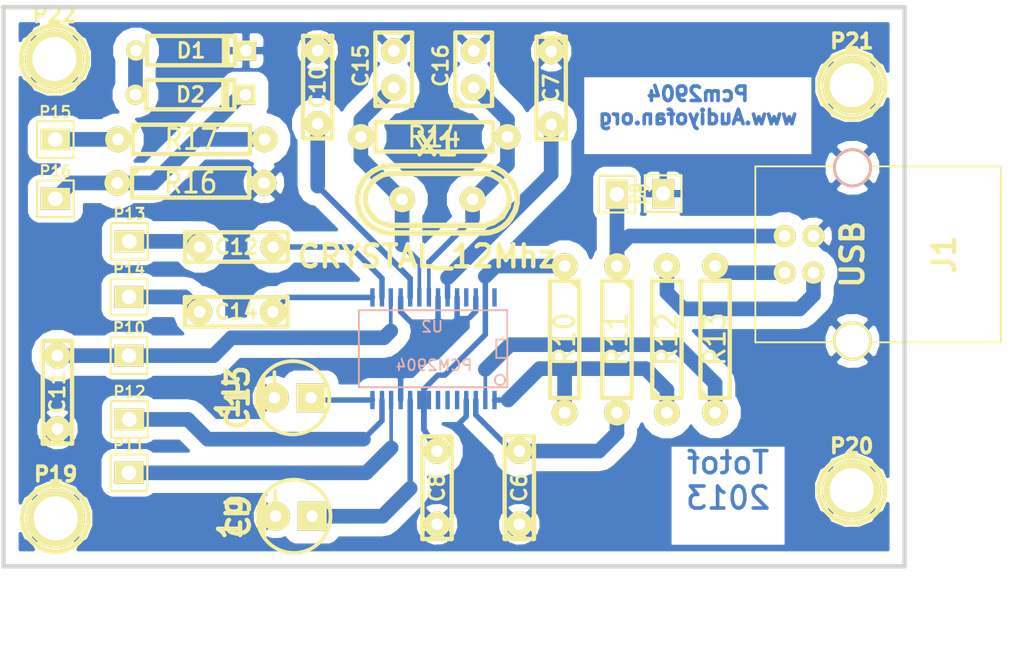
<source format=kicad_pcb>
(kicad_pcb (version 3) (host pcbnew "(2013-mar-13)-testing")

  (general
    (links 60)
    (no_connects 0)
    (area 38.149999 75.059999 100.940001 114.130001)
    (thickness 1.6)
    (drawings 10)
    (tracks 121)
    (zones 0)
    (modules 36)
    (nets 30)
  )

  (page A4)
  (layers
    (15 F.Cu signal)
    (0 B.Cu signal)
    (16 B.Adhes user)
    (17 F.Adhes user)
    (18 B.Paste user)
    (19 F.Paste user)
    (20 B.SilkS user)
    (21 F.SilkS user)
    (22 B.Mask user)
    (23 F.Mask user)
    (24 Dwgs.User user)
    (25 Cmts.User user)
    (26 Eco1.User user)
    (27 Eco2.User user)
    (28 Edge.Cuts user)
  )

  (setup
    (last_trace_width 0.254)
    (user_trace_width 0.381)
    (user_trace_width 0.4064)
    (user_trace_width 0.508)
    (user_trace_width 0.889)
    (user_trace_width 1.016)
    (trace_clearance 0.254)
    (zone_clearance 0.889)
    (zone_45_only no)
    (trace_min 0.254)
    (segment_width 0.2)
    (edge_width 0.3)
    (via_size 0.889)
    (via_drill 0.635)
    (via_min_size 0.889)
    (via_min_drill 0.508)
    (uvia_size 0.508)
    (uvia_drill 0.127)
    (uvias_allowed no)
    (uvia_min_size 0.508)
    (uvia_min_drill 0.127)
    (pcb_text_width 0.3)
    (pcb_text_size 1 1)
    (mod_edge_width 0.15)
    (mod_text_size 1 1)
    (mod_text_width 0.15)
    (pad_size 1.524 2.286)
    (pad_drill 1.016)
    (pad_to_mask_clearance 0)
    (aux_axis_origin 0 0)
    (visible_elements FFFDFFFF)
    (pcbplotparams
      (layerselection 284164097)
      (usegerberextensions false)
      (excludeedgelayer true)
      (linewidth 0.150000)
      (plotframeref false)
      (viasonmask false)
      (mode 1)
      (useauxorigin false)
      (hpglpennumber 1)
      (hpglpenspeed 20)
      (hpglpendiameter 15)
      (hpglpenoverlay 2)
      (psnegative false)
      (psa4output false)
      (plotreference false)
      (plotvalue true)
      (plotothertext true)
      (plotinvisibletext true)
      (padsonsilk false)
      (subtractmaskfromsilk false)
      (outputformat 1)
      (mirror false)
      (drillshape 0)
      (scaleselection 1)
      (outputdirectory gerber/))
  )

  (net 0 "")
  (net 1 GND)
  (net 2 N-000001)
  (net 3 N-0000010)
  (net 4 N-0000011)
  (net 5 N-0000012)
  (net 6 N-0000013)
  (net 7 N-0000014)
  (net 8 N-0000015)
  (net 9 N-0000016)
  (net 10 N-0000017)
  (net 11 N-0000018)
  (net 12 N-0000019)
  (net 13 N-000002)
  (net 14 N-0000020)
  (net 15 N-0000021)
  (net 16 N-0000022)
  (net 17 N-0000023)
  (net 18 N-0000024)
  (net 19 N-0000025)
  (net 20 N-0000026)
  (net 21 N-0000027)
  (net 22 N-0000028)
  (net 23 N-0000029)
  (net 24 N-000004)
  (net 25 N-000005)
  (net 26 N-000006)
  (net 27 N-000007)
  (net 28 N-000008)
  (net 29 N-000009)

  (net_class Default "Ceci est la Netclass par défaut"
    (clearance 0.254)
    (trace_width 0.254)
    (via_dia 0.889)
    (via_drill 0.635)
    (uvia_dia 0.508)
    (uvia_drill 0.127)
    (add_net "")
    (add_net GND)
    (add_net N-000001)
    (add_net N-0000010)
    (add_net N-0000011)
    (add_net N-0000012)
    (add_net N-0000013)
    (add_net N-0000014)
    (add_net N-0000015)
    (add_net N-0000016)
    (add_net N-0000017)
    (add_net N-0000018)
    (add_net N-0000019)
    (add_net N-000002)
    (add_net N-0000020)
    (add_net N-0000021)
    (add_net N-0000022)
    (add_net N-0000023)
    (add_net N-0000024)
    (add_net N-0000025)
    (add_net N-0000026)
    (add_net N-0000027)
    (add_net N-0000028)
    (add_net N-0000029)
    (add_net N-000004)
    (add_net N-000005)
    (add_net N-000006)
    (add_net N-000007)
    (add_net N-000008)
    (add_net N-000009)
  )

  (module SSOP28 (layer B.Cu) (tedit 51CB328B) (tstamp 51B63F70)
    (at 68.18 98.9 180)
    (descr "SSOP 28 pins")
    (tags "CMS SSOP SMD")
    (path /51B62FEC)
    (attr smd)
    (fp_text reference U2 (at 0.127 1.524 180) (layer B.SilkS)
      (effects (font (size 0.762 0.762) (thickness 0.127)) (justify mirror))
    )
    (fp_text value PCM2904 (at 0 -1.143 180) (layer B.SilkS)
      (effects (font (size 0.762 0.762) (thickness 0.127)) (justify mirror))
    )
    (fp_circle (center -4.572 -2.159) (end -4.826 -1.905) (layer B.SilkS) (width 0.127))
    (fp_line (start -5.08 0.635) (end -4.318 0.635) (layer B.SilkS) (width 0.127))
    (fp_line (start -4.318 0.635) (end -4.318 -0.635) (layer B.SilkS) (width 0.127))
    (fp_line (start -4.318 -0.635) (end -5.08 -0.635) (layer B.SilkS) (width 0.127))
    (fp_line (start 5.207 -2.667) (end -5.08 -2.667) (layer B.SilkS) (width 0.127))
    (fp_line (start -5.08 2.667) (end 5.207 2.667) (layer B.SilkS) (width 0.127))
    (fp_line (start -5.08 2.667) (end -5.08 -2.667) (layer B.SilkS) (width 0.127))
    (fp_line (start 5.207 2.667) (end 5.207 -2.667) (layer B.SilkS) (width 0.127))
    (pad 1 smd rect (at -4.191 -3.556 180) (size 0.3048 1.27)
      (layers B.Cu B.Paste B.Mask)
      (net 23 N-0000029)
    )
    (pad 2 smd rect (at -3.556 -3.556 180) (size 0.3048 1.27)
      (layers B.Cu B.Paste B.Mask)
      (net 12 N-0000019)
    )
    (pad 3 smd rect (at -2.8956 -3.556 180) (size 0.3048 1.27)
      (layers B.Cu B.Paste B.Mask)
      (net 14 N-0000020)
    )
    (pad 4 smd rect (at -2.2352 -3.556 180) (size 0.3048 1.27)
      (layers B.Cu B.Paste B.Mask)
      (net 1 GND)
    )
    (pad 5 smd rect (at -1.6002 -3.556 180) (size 0.3048 1.27)
      (layers B.Cu B.Paste B.Mask)
      (net 17 N-0000023)
    )
    (pad 6 smd rect (at -0.9398 -3.556 180) (size 0.3048 1.27)
      (layers B.Cu B.Paste B.Mask)
      (net 18 N-0000024)
    )
    (pad 7 smd rect (at -0.2794 -3.556 180) (size 0.3048 1.27)
      (layers B.Cu B.Paste B.Mask)
      (net 19 N-0000025)
    )
    (pad 8 smd rect (at 0.3556 -3.556 180) (size 0.3048 1.27)
      (layers B.Cu B.Paste B.Mask)
      (net 15 N-0000021)
    )
    (pad 9 smd rect (at 1.016 -3.556 180) (size 0.3048 1.27)
      (layers B.Cu B.Paste B.Mask)
      (net 15 N-0000021)
    )
    (pad 10 smd rect (at 1.651 -3.556 180) (size 0.3048 1.27)
      (layers B.Cu B.Paste B.Mask)
      (net 21 N-0000027)
    )
    (pad 11 smd rect (at 2.3114 -3.556 180) (size 0.3048 1.27)
      (layers B.Cu B.Paste B.Mask)
      (net 1 GND)
    )
    (pad 12 smd rect (at 2.9718 -3.556 180) (size 0.3048 1.27)
      (layers B.Cu B.Paste B.Mask)
      (net 27 N-000007)
    )
    (pad 13 smd rect (at 3.6068 -3.556 180) (size 0.3048 1.27)
      (layers B.Cu B.Paste B.Mask)
      (net 28 N-000008)
    )
    (pad 14 smd rect (at 4.2672 -3.556 180) (size 0.3048 1.27)
      (layers B.Cu B.Paste B.Mask)
      (net 20 N-0000026)
    )
    (pad 15 smd rect (at 4.2672 3.556 180) (size 0.3048 1.27)
      (layers B.Cu B.Paste B.Mask)
      (net 5 N-0000012)
    )
    (pad 16 smd rect (at 3.6068 3.556 180) (size 0.3048 1.27)
      (layers B.Cu B.Paste B.Mask)
      (net 3 N-0000010)
    )
    (pad 17 smd rect (at 2.9972 3.556 180) (size 0.3048 1.27)
      (layers B.Cu B.Paste B.Mask)
      (net 26 N-000006)
    )
    (pad 18 smd rect (at 2.3114 3.556 180) (size 0.3048 1.27)
      (layers B.Cu B.Paste B.Mask)
      (net 1 GND)
    )
    (pad 19 smd rect (at 1.651 3.556 180) (size 0.3048 1.27)
      (layers B.Cu B.Paste B.Mask)
      (net 6 N-0000013)
    )
    (pad 20 smd rect (at 1.016 3.556 180) (size 0.3048 1.27)
      (layers B.Cu B.Paste B.Mask)
      (net 24 N-000004)
    )
    (pad 21 smd rect (at 0.3556 3.556 180) (size 0.3048 1.27)
      (layers B.Cu B.Paste B.Mask)
      (net 25 N-000005)
    )
    (pad 22 smd rect (at -0.2794 3.556 180) (size 0.3048 1.27)
      (layers B.Cu B.Paste B.Mask)
      (net 1 GND)
    )
    (pad 23 smd rect (at -0.9398 3.556 180) (size 0.3048 1.27)
      (layers B.Cu B.Paste B.Mask)
      (net 7 N-0000014)
    )
    (pad 24 smd rect (at -1.6002 3.556 180) (size 0.3048 1.27)
      (layers B.Cu B.Paste B.Mask)
      (net 1 GND)
    )
    (pad 25 smd rect (at -2.2352 3.556 180) (size 0.3048 1.27)
      (layers B.Cu B.Paste B.Mask)
      (net 2 N-000001)
    )
    (pad 26 smd rect (at -2.8956 3.556 180) (size 0.3048 1.27)
      (layers B.Cu B.Paste B.Mask)
      (net 1 GND)
    )
    (pad 27 smd rect (at -3.556 3.556 180) (size 0.3048 1.27)
      (layers B.Cu B.Paste B.Mask)
      (net 15 N-0000021)
    )
    (pad 28 smd rect (at -4.191 3.556 180) (size 0.3048 1.27)
      (layers B.Cu B.Paste B.Mask)
      (net 13 N-000002)
    )
    (model smd/cms_soj28.wrl
      (at (xyz 0 0 0))
      (scale (xyz 0.256 0.5 0.25))
      (rotate (xyz 0 0 0))
    )
  )

  (module C2 (layer F.Cu) (tedit 51BDAFCB) (tstamp 51B63E21)
    (at 74.09 108.53 90)
    (descr "Condensateur = 2 pas")
    (tags C)
    (path /51B63031)
    (fp_text reference C6 (at 0 0 90) (layer F.SilkS)
      (effects (font (size 1.016 1.016) (thickness 0.2032)))
    )
    (fp_text value 1µ (at 0 0 90) (layer F.SilkS) hide
      (effects (font (size 1.016 1.016) (thickness 0.2032)))
    )
    (fp_line (start -3.556 -1.016) (end 3.556 -1.016) (layer F.SilkS) (width 0.3048))
    (fp_line (start 3.556 -1.016) (end 3.556 1.016) (layer F.SilkS) (width 0.3048))
    (fp_line (start 3.556 1.016) (end -3.556 1.016) (layer F.SilkS) (width 0.3048))
    (fp_line (start -3.556 1.016) (end -3.556 -1.016) (layer F.SilkS) (width 0.3048))
    (fp_line (start -3.556 -0.508) (end -3.048 -1.016) (layer F.SilkS) (width 0.3048))
    (pad 1 thru_hole circle (at -2.54 0 90) (size 1.778 1.778) (drill 0.8128)
      (layers *.Cu *.Mask F.SilkS)
      (net 1 GND)
    )
    (pad 2 thru_hole circle (at 2.54 0 90) (size 1.778 1.778) (drill 0.8128)
      (layers *.Cu *.Mask F.SilkS)
      (net 14 N-0000020)
    )
    (model discret/capa_2pas_5x5mm.wrl
      (at (xyz 0 0 0))
      (scale (xyz 1 1 1))
      (rotate (xyz 0 0 0))
    )
  )

  (module C2 (layer F.Cu) (tedit 51BDB015) (tstamp 51B63E2C)
    (at 76.3 80.83 270)
    (descr "Condensateur = 2 pas")
    (tags C)
    (path /51B64106)
    (fp_text reference C7 (at 0 0 270) (layer F.SilkS)
      (effects (font (size 1.016 1.016) (thickness 0.2032)))
    )
    (fp_text value 1µ (at 0 0 270) (layer F.SilkS) hide
      (effects (font (size 1.016 1.016) (thickness 0.2032)))
    )
    (fp_line (start -3.556 -1.016) (end 3.556 -1.016) (layer F.SilkS) (width 0.3048))
    (fp_line (start 3.556 -1.016) (end 3.556 1.016) (layer F.SilkS) (width 0.3048))
    (fp_line (start 3.556 1.016) (end -3.556 1.016) (layer F.SilkS) (width 0.3048))
    (fp_line (start -3.556 1.016) (end -3.556 -1.016) (layer F.SilkS) (width 0.3048))
    (fp_line (start -3.556 -0.508) (end -3.048 -1.016) (layer F.SilkS) (width 0.3048))
    (pad 1 thru_hole circle (at -2.54 0 270) (size 1.778 1.778) (drill 0.8128)
      (layers *.Cu *.Mask F.SilkS)
      (net 1 GND)
    )
    (pad 2 thru_hole circle (at 2.54 0 270) (size 1.778 1.778) (drill 0.8128)
      (layers *.Cu *.Mask F.SilkS)
      (net 7 N-0000014)
    )
    (model discret/capa_2pas_5x5mm.wrl
      (at (xyz 0 0 0))
      (scale (xyz 1 1 1))
      (rotate (xyz 0 0 0))
    )
  )

  (module C2 (layer F.Cu) (tedit 51BDAFCF) (tstamp 51B63E37)
    (at 68.39 108.53 270)
    (descr "Condensateur = 2 pas")
    (tags C)
    (path /51B63722)
    (fp_text reference C8 (at 0 0 270) (layer F.SilkS)
      (effects (font (size 1.016 1.016) (thickness 0.2032)))
    )
    (fp_text value 1µ (at 0 0 270) (layer F.SilkS) hide
      (effects (font (size 1.016 1.016) (thickness 0.2032)))
    )
    (fp_line (start -3.556 -1.016) (end 3.556 -1.016) (layer F.SilkS) (width 0.3048))
    (fp_line (start 3.556 -1.016) (end 3.556 1.016) (layer F.SilkS) (width 0.3048))
    (fp_line (start 3.556 1.016) (end -3.556 1.016) (layer F.SilkS) (width 0.3048))
    (fp_line (start -3.556 1.016) (end -3.556 -1.016) (layer F.SilkS) (width 0.3048))
    (fp_line (start -3.556 -0.508) (end -3.048 -1.016) (layer F.SilkS) (width 0.3048))
    (pad 1 thru_hole circle (at -2.54 0 270) (size 1.778 1.778) (drill 0.8128)
      (layers *.Cu *.Mask F.SilkS)
      (net 15 N-0000021)
    )
    (pad 2 thru_hole circle (at 2.54 0 270) (size 1.778 1.778) (drill 0.8128)
      (layers *.Cu *.Mask F.SilkS)
      (net 1 GND)
    )
    (model discret/capa_2pas_5x5mm.wrl
      (at (xyz 0 0 0))
      (scale (xyz 1 1 1))
      (rotate (xyz 0 0 0))
    )
  )

  (module CP_5x11mm (layer F.Cu) (tedit 51EFC61B) (tstamp 51B63E43)
    (at 58.47 110.51 90)
    (descr "Capacitor, pol, cyl 5x11mm")
    (path /51B638B4)
    (fp_text reference C9 (at 0 -3.81 90) (layer F.SilkS)
      (effects (font (thickness 0.3048)))
    )
    (fp_text value 1µ (at -0.07 -4.42 90) (layer F.SilkS)
      (effects (font (thickness 0.3048)))
    )
    (fp_line (start 0.889 -1.27) (end 1.778 -1.27) (layer F.SilkS) (width 0.254))
    (fp_line (start 1.016 -2.286) (end -1.016 -2.286) (layer F.SilkS) (width 0.254))
    (fp_line (start -1.016 -2.286) (end -1.016 -2.159) (layer F.SilkS) (width 0.254))
    (fp_line (start -1.016 -2.159) (end 1.016 -2.159) (layer F.SilkS) (width 0.254))
    (fp_line (start -1.524 -2.032) (end 1.524 -2.032) (layer F.SilkS) (width 0.254))
    (fp_circle (center 0 0) (end -2.54 0) (layer F.SilkS) (width 0.254))
    (pad 1 thru_hole rect (at 0 1.27 90) (size 1.99898 1.99898) (drill 0.8001)
      (layers *.Cu *.Mask F.SilkS)
      (net 21 N-0000027)
    )
    (pad 2 thru_hole circle (at 0 -1.27 90) (size 1.99898 1.99898) (drill 0.8001)
      (layers *.Cu *.Mask F.SilkS)
      (net 1 GND)
    )
    (model ../3D_downloaded/walter/capacitors/cp_5x11mm.wrl
      (at (xyz 0 0 0))
      (scale (xyz 1 1 1))
      (rotate (xyz 0 0 0))
    )
  )

  (module C2 (layer F.Cu) (tedit 51BDAFF6) (tstamp 51B63E4E)
    (at 60.12 80.77 270)
    (descr "Condensateur = 2 pas")
    (tags C)
    (path /51B64100)
    (fp_text reference C10 (at 0 0 270) (layer F.SilkS)
      (effects (font (size 1.016 1.016) (thickness 0.2032)))
    )
    (fp_text value 1µ (at 0 0 270) (layer F.SilkS) hide
      (effects (font (size 1.016 1.016) (thickness 0.2032)))
    )
    (fp_line (start -3.556 -1.016) (end 3.556 -1.016) (layer F.SilkS) (width 0.3048))
    (fp_line (start 3.556 -1.016) (end 3.556 1.016) (layer F.SilkS) (width 0.3048))
    (fp_line (start 3.556 1.016) (end -3.556 1.016) (layer F.SilkS) (width 0.3048))
    (fp_line (start -3.556 1.016) (end -3.556 -1.016) (layer F.SilkS) (width 0.3048))
    (fp_line (start -3.556 -0.508) (end -3.048 -1.016) (layer F.SilkS) (width 0.3048))
    (pad 1 thru_hole circle (at -2.54 0 270) (size 1.778 1.778) (drill 0.8128)
      (layers *.Cu *.Mask F.SilkS)
      (net 1 GND)
    )
    (pad 2 thru_hole circle (at 2.54 0 270) (size 1.778 1.778) (drill 0.8128)
      (layers *.Cu *.Mask F.SilkS)
      (net 6 N-0000013)
    )
    (model discret/capa_2pas_5x5mm.wrl
      (at (xyz 0 0 0))
      (scale (xyz 1 1 1))
      (rotate (xyz 0 0 0))
    )
  )

  (module C2 (layer F.Cu) (tedit 51BDAFE3) (tstamp 51B63E59)
    (at 42.08 101.92 90)
    (descr "Condensateur = 2 pas")
    (tags C)
    (path /51B640FA)
    (fp_text reference C11 (at 0 0 90) (layer F.SilkS)
      (effects (font (size 1.016 1.016) (thickness 0.2032)))
    )
    (fp_text value 1µ (at 0 0 90) (layer F.SilkS) hide
      (effects (font (size 1.016 1.016) (thickness 0.2032)))
    )
    (fp_line (start -3.556 -1.016) (end 3.556 -1.016) (layer F.SilkS) (width 0.3048))
    (fp_line (start 3.556 -1.016) (end 3.556 1.016) (layer F.SilkS) (width 0.3048))
    (fp_line (start 3.556 1.016) (end -3.556 1.016) (layer F.SilkS) (width 0.3048))
    (fp_line (start -3.556 1.016) (end -3.556 -1.016) (layer F.SilkS) (width 0.3048))
    (fp_line (start -3.556 -0.508) (end -3.048 -1.016) (layer F.SilkS) (width 0.3048))
    (pad 1 thru_hole circle (at -2.54 0 90) (size 1.778 1.778) (drill 0.8128)
      (layers *.Cu *.Mask F.SilkS)
      (net 1 GND)
    )
    (pad 2 thru_hole circle (at 2.54 0 90) (size 1.778 1.778) (drill 0.8128)
      (layers *.Cu *.Mask F.SilkS)
      (net 26 N-000006)
    )
    (model discret/capa_2pas_5x5mm.wrl
      (at (xyz 0 0 0))
      (scale (xyz 1 1 1))
      (rotate (xyz 0 0 0))
    )
  )

  (module C2 (layer F.Cu) (tedit 51BDAFF1) (tstamp 51B63E64)
    (at 54.49 91.85)
    (descr "Condensateur = 2 pas")
    (tags C)
    (path /51B63EEE)
    (fp_text reference C12 (at 0 0) (layer F.SilkS)
      (effects (font (size 1.016 1.016) (thickness 0.2032)))
    )
    (fp_text value 1µ (at 0 0) (layer F.SilkS) hide
      (effects (font (size 1.016 1.016) (thickness 0.2032)))
    )
    (fp_line (start -3.556 -1.016) (end 3.556 -1.016) (layer F.SilkS) (width 0.3048))
    (fp_line (start 3.556 -1.016) (end 3.556 1.016) (layer F.SilkS) (width 0.3048))
    (fp_line (start 3.556 1.016) (end -3.556 1.016) (layer F.SilkS) (width 0.3048))
    (fp_line (start -3.556 1.016) (end -3.556 -1.016) (layer F.SilkS) (width 0.3048))
    (fp_line (start -3.556 -0.508) (end -3.048 -1.016) (layer F.SilkS) (width 0.3048))
    (pad 1 thru_hole circle (at -2.54 0) (size 1.778 1.778) (drill 0.8128)
      (layers *.Cu *.Mask F.SilkS)
      (net 29 N-000009)
    )
    (pad 2 thru_hole circle (at 2.54 0) (size 1.778 1.778) (drill 0.8128)
      (layers *.Cu *.Mask F.SilkS)
      (net 3 N-0000010)
    )
    (model discret/capa_2pas_5x5mm.wrl
      (at (xyz 0 0 0))
      (scale (xyz 1 1 1))
      (rotate (xyz 0 0 0))
    )
  )

  (module CP_5x11mm (layer F.Cu) (tedit 51EFC606) (tstamp 51B63E70)
    (at 58.39 102.3 90)
    (descr "Capacitor, pol, cyl 5x11mm")
    (path /51B638C1)
    (fp_text reference C13 (at 0 -3.81 90) (layer F.SilkS)
      (effects (font (thickness 0.3048)))
    )
    (fp_text value 1µ (at 0.06 -4.5 90) (layer F.SilkS)
      (effects (font (thickness 0.3048)))
    )
    (fp_line (start 0.889 -1.27) (end 1.778 -1.27) (layer F.SilkS) (width 0.254))
    (fp_line (start 1.016 -2.286) (end -1.016 -2.286) (layer F.SilkS) (width 0.254))
    (fp_line (start -1.016 -2.286) (end -1.016 -2.159) (layer F.SilkS) (width 0.254))
    (fp_line (start -1.016 -2.159) (end 1.016 -2.159) (layer F.SilkS) (width 0.254))
    (fp_line (start -1.524 -2.032) (end 1.524 -2.032) (layer F.SilkS) (width 0.254))
    (fp_circle (center 0 0) (end -2.54 0) (layer F.SilkS) (width 0.254))
    (pad 1 thru_hole rect (at 0 1.27 90) (size 1.99898 1.99898) (drill 0.8001)
      (layers *.Cu *.Mask F.SilkS)
      (net 20 N-0000026)
    )
    (pad 2 thru_hole circle (at 0 -1.27 90) (size 1.99898 1.99898) (drill 0.8001)
      (layers *.Cu *.Mask F.SilkS)
      (net 1 GND)
    )
    (model ../3D_downloaded/walter/capacitors/cp_5x11mm.wrl
      (at (xyz 0 0 0))
      (scale (xyz 1 1 1))
      (rotate (xyz 0 0 0))
    )
  )

  (module C2 (layer F.Cu) (tedit 51BDAFDB) (tstamp 51B63E7B)
    (at 54.47 96.34)
    (descr "Condensateur = 2 pas")
    (tags C)
    (path /51B63EF4)
    (fp_text reference C14 (at 0 0) (layer F.SilkS)
      (effects (font (size 1.016 1.016) (thickness 0.2032)))
    )
    (fp_text value 1µ (at 0 0) (layer F.SilkS) hide
      (effects (font (size 1.016 1.016) (thickness 0.2032)))
    )
    (fp_line (start -3.556 -1.016) (end 3.556 -1.016) (layer F.SilkS) (width 0.3048))
    (fp_line (start 3.556 -1.016) (end 3.556 1.016) (layer F.SilkS) (width 0.3048))
    (fp_line (start 3.556 1.016) (end -3.556 1.016) (layer F.SilkS) (width 0.3048))
    (fp_line (start -3.556 1.016) (end -3.556 -1.016) (layer F.SilkS) (width 0.3048))
    (fp_line (start -3.556 -0.508) (end -3.048 -1.016) (layer F.SilkS) (width 0.3048))
    (pad 1 thru_hole circle (at -2.54 0) (size 1.778 1.778) (drill 0.8128)
      (layers *.Cu *.Mask F.SilkS)
      (net 4 N-0000011)
    )
    (pad 2 thru_hole circle (at 2.54 0) (size 1.778 1.778) (drill 0.8128)
      (layers *.Cu *.Mask F.SilkS)
      (net 5 N-0000012)
    )
    (model discret/capa_2pas_5x5mm.wrl
      (at (xyz 0 0 0))
      (scale (xyz 1 1 1))
      (rotate (xyz 0 0 0))
    )
  )

  (module C1 (layer F.Cu) (tedit 51BDAFFF) (tstamp 51B63E86)
    (at 65.39 79.53 90)
    (descr "Condensateur e = 1 pas")
    (tags C)
    (path /51B647D6)
    (fp_text reference C15 (at 0.254 -2.286 90) (layer F.SilkS)
      (effects (font (size 1.016 1.016) (thickness 0.2032)))
    )
    (fp_text value 22p (at 0 -2.286 90) (layer F.SilkS) hide
      (effects (font (size 1.016 1.016) (thickness 0.2032)))
    )
    (fp_line (start -2.4892 -1.27) (end 2.54 -1.27) (layer F.SilkS) (width 0.3048))
    (fp_line (start 2.54 -1.27) (end 2.54 1.27) (layer F.SilkS) (width 0.3048))
    (fp_line (start 2.54 1.27) (end -2.54 1.27) (layer F.SilkS) (width 0.3048))
    (fp_line (start -2.54 1.27) (end -2.54 -1.27) (layer F.SilkS) (width 0.3048))
    (fp_line (start -2.54 -0.635) (end -1.905 -1.27) (layer F.SilkS) (width 0.3048))
    (pad 1 thru_hole circle (at -1.27 0 90) (size 1.778 1.778) (drill 0.8128)
      (layers *.Cu *.Mask F.SilkS)
      (net 24 N-000004)
    )
    (pad 2 thru_hole circle (at 1.27 0 90) (size 1.778 1.778) (drill 0.8128)
      (layers *.Cu *.Mask F.SilkS)
      (net 1 GND)
    )
    (model discret/capa_1_pas.wrl
      (at (xyz 0 0 0))
      (scale (xyz 1 1 1))
      (rotate (xyz 0 0 0))
    )
  )

  (module C1 (layer F.Cu) (tedit 51BDB00B) (tstamp 51B63E91)
    (at 70.93 79.53 90)
    (descr "Condensateur e = 1 pas")
    (tags C)
    (path /51B647E8)
    (fp_text reference C16 (at 0.254 -2.286 90) (layer F.SilkS)
      (effects (font (size 1.016 1.016) (thickness 0.2032)))
    )
    (fp_text value 22p (at 0 -2.286 90) (layer F.SilkS) hide
      (effects (font (size 1.016 1.016) (thickness 0.2032)))
    )
    (fp_line (start -2.4892 -1.27) (end 2.54 -1.27) (layer F.SilkS) (width 0.3048))
    (fp_line (start 2.54 -1.27) (end 2.54 1.27) (layer F.SilkS) (width 0.3048))
    (fp_line (start 2.54 1.27) (end -2.54 1.27) (layer F.SilkS) (width 0.3048))
    (fp_line (start -2.54 1.27) (end -2.54 -1.27) (layer F.SilkS) (width 0.3048))
    (fp_line (start -2.54 -0.635) (end -1.905 -1.27) (layer F.SilkS) (width 0.3048))
    (pad 1 thru_hole circle (at -1.27 0 90) (size 1.778 1.778) (drill 0.8128)
      (layers *.Cu *.Mask F.SilkS)
      (net 25 N-000005)
    )
    (pad 2 thru_hole circle (at 1.27 0 90) (size 1.778 1.778) (drill 0.8128)
      (layers *.Cu *.Mask F.SilkS)
      (net 1 GND)
    )
    (model discret/capa_1_pas.wrl
      (at (xyz 0 0 0))
      (scale (xyz 1 1 1))
      (rotate (xyz 0 0 0))
    )
  )

  (module USB_B (layer F.Cu) (tedit 48A935FA) (tstamp 51B63FC8)
    (at 97.18 92.36 90)
    (tags USB)
    (path /51B6222D)
    (fp_text reference J1 (at 0 6.35 90) (layer F.SilkS)
      (effects (font (thickness 0.3048)))
    )
    (fp_text value USB (at 0 0 90) (layer F.SilkS)
      (effects (font (thickness 0.3048)))
    )
    (fp_line (start -6.096 10.287) (end 6.096 10.287) (layer F.SilkS) (width 0.127))
    (fp_line (start 6.096 10.287) (end 6.096 -6.731) (layer F.SilkS) (width 0.127))
    (fp_line (start 6.096 -6.731) (end -6.096 -6.731) (layer F.SilkS) (width 0.127))
    (fp_line (start -6.096 -6.731) (end -6.096 10.287) (layer F.SilkS) (width 0.127))
    (pad 1 thru_hole circle (at 1.27 -4.699 90) (size 1.524 1.524) (drill 0.8128)
      (layers *.Cu *.Mask F.SilkS)
      (net 22 N-0000028)
    )
    (pad 2 thru_hole circle (at -1.27 -4.699 90) (size 1.524 1.524) (drill 0.8128)
      (layers *.Cu *.Mask F.SilkS)
      (net 16 N-0000022)
    )
    (pad 3 thru_hole circle (at -1.27 -2.70002 90) (size 1.524 1.524) (drill 0.8128)
      (layers *.Cu *.Mask F.SilkS)
      (net 11 N-0000018)
    )
    (pad 4 thru_hole circle (at 1.27 -2.70002 90) (size 1.524 1.524) (drill 0.8128)
      (layers *.Cu *.Mask F.SilkS)
      (net 1 GND)
    )
    (pad 5 np_thru_hole circle (at 5.99948 0 90) (size 2.70002 2.70002) (drill 2.30124)
      (layers *.Cu *.SilkS *.Mask)
      (net 1 GND)
    )
    (pad 6 thru_hole circle (at -5.99948 0 90) (size 2.70002 2.70002) (drill 2.30124)
      (layers *.Cu *.Mask F.SilkS)
      (net 1 GND)
    )
    (model connectors/USB_type_B.wrl
      (at (xyz 0 0 0.001))
      (scale (xyz 0.3937 0.3937 0.3937))
      (rotate (xyz 0 0 0))
    )
  )

  (module PIN_ARRAY_1 (layer F.Cu) (tedit 51EE38DD) (tstamp 51B63EA8)
    (at 84.06 88.15 90)
    (descr "1 pin")
    (tags "CONN DEV")
    (path /51B65219)
    (fp_text reference P8 (at 0 -1.905 90) (layer F.SilkS)
      (effects (font (size 0.762 0.762) (thickness 0.1524)))
    )
    (fp_text value CONN_GND (at 0.08 2.51 90) (layer F.SilkS) hide
      (effects (font (size 0.762 0.762) (thickness 0.1524)))
    )
    (fp_line (start 1.27 1.27) (end -1.27 1.27) (layer F.SilkS) (width 0.1524))
    (fp_line (start -1.27 -1.27) (end 1.27 -1.27) (layer F.SilkS) (width 0.1524))
    (fp_line (start -1.27 1.27) (end -1.27 -1.27) (layer F.SilkS) (width 0.1524))
    (fp_line (start 1.27 -1.27) (end 1.27 1.27) (layer F.SilkS) (width 0.1524))
    (pad 1 thru_hole rect (at 0 0 90) (size 2.032 1.524) (drill 1.016)
      (layers *.Cu *.Mask F.SilkS)
      (net 1 GND)
    )
    (model pin_array\pin_1.wrl
      (at (xyz 0 0 0))
      (scale (xyz 1 1 1))
      (rotate (xyz 0 0 0))
    )
  )

  (module PIN_ARRAY_1 (layer F.Cu) (tedit 51EE36CE) (tstamp 51B63EB1)
    (at 80.86 88.19 270)
    (descr "1 pin")
    (tags "CONN DEV")
    (path /51B63CCC)
    (fp_text reference P9 (at 0 -1.905 270) (layer F.SilkS)
      (effects (font (size 0.762 0.762) (thickness 0.1524)))
    )
    (fp_text value CONN_V+ (at -0.02 2.47 270) (layer F.SilkS) hide
      (effects (font (size 0.762 0.762) (thickness 0.1524)))
    )
    (fp_line (start 1.27 1.27) (end -1.27 1.27) (layer F.SilkS) (width 0.1524))
    (fp_line (start -1.27 -1.27) (end 1.27 -1.27) (layer F.SilkS) (width 0.1524))
    (fp_line (start -1.27 1.27) (end -1.27 -1.27) (layer F.SilkS) (width 0.1524))
    (fp_line (start 1.27 -1.27) (end 1.27 1.27) (layer F.SilkS) (width 0.1524))
    (pad 1 thru_hole rect (at 0 0 270) (size 2.032 1.524) (drill 1.016)
      (layers *.Cu *.Mask F.SilkS)
      (net 22 N-0000028)
    )
    (model pin_array\pin_1.wrl
      (at (xyz 0 0 0))
      (scale (xyz 1 1 1))
      (rotate (xyz 0 0 0))
    )
  )

  (module PIN_ARRAY_1 (layer F.Cu) (tedit 51EFC5ED) (tstamp 51B63EBA)
    (at 47.04 99.38)
    (descr "1 pin")
    (tags "CONN DEV")
    (path /51B640F4)
    (fp_text reference P10 (at 0 -1.905) (layer F.SilkS)
      (effects (font (size 0.762 0.762) (thickness 0.1524)))
    )
    (fp_text value V_OUT (at 3.4 0.01) (layer F.SilkS) hide
      (effects (font (size 0.762 0.762) (thickness 0.1524)))
    )
    (fp_line (start 1.27 1.27) (end -1.27 1.27) (layer F.SilkS) (width 0.1524))
    (fp_line (start -1.27 -1.27) (end 1.27 -1.27) (layer F.SilkS) (width 0.1524))
    (fp_line (start -1.27 1.27) (end -1.27 -1.27) (layer F.SilkS) (width 0.1524))
    (fp_line (start 1.27 -1.27) (end 1.27 1.27) (layer F.SilkS) (width 0.1524))
    (pad 1 thru_hole rect (at 0 0) (size 2.032 1.524) (drill 1.016)
      (layers *.Cu *.Mask F.SilkS)
      (net 26 N-000006)
    )
    (model pin_array\pin_1.wrl
      (at (xyz 0 0 0))
      (scale (xyz 1 1 1))
      (rotate (xyz 0 0 0))
    )
  )

  (module PIN_ARRAY_1 (layer F.Cu) (tedit 51EFC273) (tstamp 51B63EC3)
    (at 47.04 107.5)
    (descr "1 pin")
    (tags "CONN DEV")
    (path /51B63DA4)
    (fp_text reference P11 (at 0 -1.905) (layer F.SilkS)
      (effects (font (size 0.762 0.762) (thickness 0.1524)))
    )
    (fp_text value V_IN_L (at 3.65 0) (layer F.SilkS) hide
      (effects (font (size 0.762 0.762) (thickness 0.1524)))
    )
    (fp_line (start 1.27 1.27) (end -1.27 1.27) (layer F.SilkS) (width 0.1524))
    (fp_line (start -1.27 -1.27) (end 1.27 -1.27) (layer F.SilkS) (width 0.1524))
    (fp_line (start -1.27 1.27) (end -1.27 -1.27) (layer F.SilkS) (width 0.1524))
    (fp_line (start 1.27 -1.27) (end 1.27 1.27) (layer F.SilkS) (width 0.1524))
    (pad 1 thru_hole rect (at 0 0) (size 2.032 1.524) (drill 1.016)
      (layers *.Cu *.Mask F.SilkS)
      (net 27 N-000007)
    )
    (model pin_array\pin_1.wrl
      (at (xyz 0 0 0))
      (scale (xyz 1 1 1))
      (rotate (xyz 0 0 0))
    )
  )

  (module PIN_ARRAY_1 (layer F.Cu) (tedit 51EFC26B) (tstamp 51B63ECC)
    (at 47.07 103.8)
    (descr "1 pin")
    (tags "CONN DEV")
    (path /51B63DAF)
    (fp_text reference P12 (at 0 -1.905) (layer F.SilkS)
      (effects (font (size 0.762 0.762) (thickness 0.1524)))
    )
    (fp_text value V_IN_R (at 3.7 0.04) (layer F.SilkS) hide
      (effects (font (size 0.762 0.762) (thickness 0.1524)))
    )
    (fp_line (start 1.27 1.27) (end -1.27 1.27) (layer F.SilkS) (width 0.1524))
    (fp_line (start -1.27 -1.27) (end 1.27 -1.27) (layer F.SilkS) (width 0.1524))
    (fp_line (start -1.27 1.27) (end -1.27 -1.27) (layer F.SilkS) (width 0.1524))
    (fp_line (start 1.27 -1.27) (end 1.27 1.27) (layer F.SilkS) (width 0.1524))
    (pad 1 thru_hole rect (at 0 0) (size 2.032 1.524) (drill 1.016)
      (layers *.Cu *.Mask F.SilkS)
      (net 28 N-000008)
    )
    (model pin_array\pin_1.wrl
      (at (xyz 0 0 0))
      (scale (xyz 1 1 1))
      (rotate (xyz 0 0 0))
    )
  )

  (module PIN_ARRAY_1 (layer F.Cu) (tedit 51EFC3B7) (tstamp 51B63ED5)
    (at 47.07 91.46)
    (descr "1 pin")
    (tags "CONN DEV")
    (path /51B63ED8)
    (fp_text reference P13 (at 0 -1.905) (layer F.SilkS)
      (effects (font (size 0.762 0.762) (thickness 0.1524)))
    )
    (fp_text value V_OUT_L (at -4.23 0.87) (layer F.SilkS) hide
      (effects (font (size 0.762 0.762) (thickness 0.1524)))
    )
    (fp_line (start 1.27 1.27) (end -1.27 1.27) (layer F.SilkS) (width 0.1524))
    (fp_line (start -1.27 -1.27) (end 1.27 -1.27) (layer F.SilkS) (width 0.1524))
    (fp_line (start -1.27 1.27) (end -1.27 -1.27) (layer F.SilkS) (width 0.1524))
    (fp_line (start 1.27 -1.27) (end 1.27 1.27) (layer F.SilkS) (width 0.1524))
    (pad 1 thru_hole rect (at 0 0) (size 2.032 1.524) (drill 1.016)
      (layers *.Cu *.Mask F.SilkS)
      (net 29 N-000009)
    )
    (model pin_array\pin_1.wrl
      (at (xyz 0 0 0))
      (scale (xyz 1 1 1))
      (rotate (xyz 0 0 0))
    )
  )

  (module PIN_ARRAY_1 (layer F.Cu) (tedit 51EFC3BE) (tstamp 51B63EDE)
    (at 47.04 95.31)
    (descr "1 pin")
    (tags "CONN DEV")
    (path /51B63EDE)
    (fp_text reference P14 (at 0 -1.905) (layer F.SilkS)
      (effects (font (size 0.762 0.762) (thickness 0.1524)))
    )
    (fp_text value V_OUT_R (at -4.16 -1.15) (layer F.SilkS) hide
      (effects (font (size 0.762 0.762) (thickness 0.1524)))
    )
    (fp_line (start 1.27 1.27) (end -1.27 1.27) (layer F.SilkS) (width 0.1524))
    (fp_line (start -1.27 -1.27) (end 1.27 -1.27) (layer F.SilkS) (width 0.1524))
    (fp_line (start -1.27 1.27) (end -1.27 -1.27) (layer F.SilkS) (width 0.1524))
    (fp_line (start 1.27 -1.27) (end 1.27 1.27) (layer F.SilkS) (width 0.1524))
    (pad 1 thru_hole rect (at 0 0) (size 2.032 1.524) (drill 1.016)
      (layers *.Cu *.Mask F.SilkS)
      (net 4 N-0000011)
    )
    (model pin_array\pin_1.wrl
      (at (xyz 0 0 0))
      (scale (xyz 1 1 1))
      (rotate (xyz 0 0 0))
    )
  )

  (module PIN_ARRAY_1 (layer F.Cu) (tedit 51EFC294) (tstamp 51B63EE7)
    (at 41.93 84.4)
    (descr "1 pin")
    (tags "CONN DEV")
    (path /51B64F81)
    (fp_text reference P15 (at 0 -1.905) (layer F.SilkS)
      (effects (font (size 0.762 0.762) (thickness 0.1524)))
    )
    (fp_text value CH2_IN (at -0.05 -2.28) (layer F.SilkS) hide
      (effects (font (size 0.762 0.762) (thickness 0.1524)))
    )
    (fp_line (start 1.27 1.27) (end -1.27 1.27) (layer F.SilkS) (width 0.1524))
    (fp_line (start -1.27 -1.27) (end 1.27 -1.27) (layer F.SilkS) (width 0.1524))
    (fp_line (start -1.27 1.27) (end -1.27 -1.27) (layer F.SilkS) (width 0.1524))
    (fp_line (start 1.27 -1.27) (end 1.27 1.27) (layer F.SilkS) (width 0.1524))
    (pad 1 thru_hole rect (at 0 0) (size 2.032 1.524) (drill 1.016)
      (layers *.Cu *.Mask F.SilkS)
      (net 8 N-0000015)
    )
    (model pin_array\pin_1.wrl
      (at (xyz 0 0 0))
      (scale (xyz 1 1 1))
      (rotate (xyz 0 0 0))
    )
  )

  (module PIN_ARRAY_1 (layer F.Cu) (tedit 51EFC3AA) (tstamp 51B63EF0)
    (at 41.94 88.51)
    (descr "1 pin")
    (tags "CONN DEV")
    (path /51B64DB2)
    (fp_text reference P16 (at 0 -1.905) (layer F.SilkS)
      (effects (font (size 0.762 0.762) (thickness 0.1524)))
    )
    (fp_text value CH2_OUT (at 0.52 2.22) (layer F.SilkS) hide
      (effects (font (size 0.762 0.762) (thickness 0.1524)))
    )
    (fp_line (start 1.27 1.27) (end -1.27 1.27) (layer F.SilkS) (width 0.1524))
    (fp_line (start -1.27 -1.27) (end 1.27 -1.27) (layer F.SilkS) (width 0.1524))
    (fp_line (start -1.27 1.27) (end -1.27 -1.27) (layer F.SilkS) (width 0.1524))
    (fp_line (start 1.27 -1.27) (end 1.27 1.27) (layer F.SilkS) (width 0.1524))
    (pad 1 thru_hole rect (at 0 0) (size 2.032 1.524) (drill 1.016)
      (layers *.Cu *.Mask F.SilkS)
      (net 9 N-0000016)
    )
    (model pin_array\pin_1.wrl
      (at (xyz 0 0 0))
      (scale (xyz 1 1 1))
      (rotate (xyz 0 0 0))
    )
  )

  (module R4-LARGE_PADS (layer F.Cu) (tedit 47E2673E) (tstamp 51B63F10)
    (at 77.23 98.25 270)
    (descr "Resitance 4 pas")
    (tags R)
    (path /51B6303D)
    (autoplace_cost180 10)
    (fp_text reference R10 (at 0 0 270) (layer F.SilkS)
      (effects (font (size 1.397 1.27) (thickness 0.2032)))
    )
    (fp_text value 1K5 (at 0 0 270) (layer F.SilkS) hide
      (effects (font (size 1.397 1.27) (thickness 0.2032)))
    )
    (fp_line (start -5.08 0) (end -4.064 0) (layer F.SilkS) (width 0.3048))
    (fp_line (start -4.064 0) (end -4.064 -1.016) (layer F.SilkS) (width 0.3048))
    (fp_line (start -4.064 -1.016) (end 4.064 -1.016) (layer F.SilkS) (width 0.3048))
    (fp_line (start 4.064 -1.016) (end 4.064 1.016) (layer F.SilkS) (width 0.3048))
    (fp_line (start 4.064 1.016) (end -4.064 1.016) (layer F.SilkS) (width 0.3048))
    (fp_line (start -4.064 1.016) (end -4.064 0) (layer F.SilkS) (width 0.3048))
    (fp_line (start -4.064 -0.508) (end -3.556 -1.016) (layer F.SilkS) (width 0.3048))
    (fp_line (start 5.08 0) (end 4.064 0) (layer F.SilkS) (width 0.3048))
    (pad 1 thru_hole circle (at -5.08 0 270) (size 1.778 1.778) (drill 0.8128)
      (layers *.Cu *.Mask F.SilkS)
      (net 15 N-0000021)
    )
    (pad 2 thru_hole circle (at 5.08 0 270) (size 1.778 1.778) (drill 0.8128)
      (layers *.Cu *.Mask F.SilkS)
      (net 23 N-0000029)
    )
    (model discret/resistor.wrl
      (at (xyz 0 0 0))
      (scale (xyz 0.4 0.4 0.4))
      (rotate (xyz 0 0 0))
    )
  )

  (module R4-LARGE_PADS (layer F.Cu) (tedit 47E2673E) (tstamp 51B63F1E)
    (at 80.86 98.25 270)
    (descr "Resitance 4 pas")
    (tags R)
    (path /51B6301F)
    (autoplace_cost180 10)
    (fp_text reference R11 (at 0 0 270) (layer F.SilkS)
      (effects (font (size 1.397 1.27) (thickness 0.2032)))
    )
    (fp_text value 2.2 (at 0 0 270) (layer F.SilkS) hide
      (effects (font (size 1.397 1.27) (thickness 0.2032)))
    )
    (fp_line (start -5.08 0) (end -4.064 0) (layer F.SilkS) (width 0.3048))
    (fp_line (start -4.064 0) (end -4.064 -1.016) (layer F.SilkS) (width 0.3048))
    (fp_line (start -4.064 -1.016) (end 4.064 -1.016) (layer F.SilkS) (width 0.3048))
    (fp_line (start 4.064 -1.016) (end 4.064 1.016) (layer F.SilkS) (width 0.3048))
    (fp_line (start 4.064 1.016) (end -4.064 1.016) (layer F.SilkS) (width 0.3048))
    (fp_line (start -4.064 1.016) (end -4.064 0) (layer F.SilkS) (width 0.3048))
    (fp_line (start -4.064 -0.508) (end -3.556 -1.016) (layer F.SilkS) (width 0.3048))
    (fp_line (start 5.08 0) (end 4.064 0) (layer F.SilkS) (width 0.3048))
    (pad 1 thru_hole circle (at -5.08 0 270) (size 1.778 1.778) (drill 0.8128)
      (layers *.Cu *.Mask F.SilkS)
      (net 22 N-0000028)
    )
    (pad 2 thru_hole circle (at 5.08 0 270) (size 1.778 1.778) (drill 0.8128)
      (layers *.Cu *.Mask F.SilkS)
      (net 14 N-0000020)
    )
    (model discret/resistor.wrl
      (at (xyz 0 0 0))
      (scale (xyz 0.4 0.4 0.4))
      (rotate (xyz 0 0 0))
    )
  )

  (module R4-LARGE_PADS (layer F.Cu) (tedit 47E2673E) (tstamp 51B63F2C)
    (at 84.32 98.25 90)
    (descr "Resitance 4 pas")
    (tags R)
    (path /51B63000)
    (autoplace_cost180 10)
    (fp_text reference R12 (at 0 0 90) (layer F.SilkS)
      (effects (font (size 1.397 1.27) (thickness 0.2032)))
    )
    (fp_text value 22 (at 0 0 90) (layer F.SilkS) hide
      (effects (font (size 1.397 1.27) (thickness 0.2032)))
    )
    (fp_line (start -5.08 0) (end -4.064 0) (layer F.SilkS) (width 0.3048))
    (fp_line (start -4.064 0) (end -4.064 -1.016) (layer F.SilkS) (width 0.3048))
    (fp_line (start -4.064 -1.016) (end 4.064 -1.016) (layer F.SilkS) (width 0.3048))
    (fp_line (start 4.064 -1.016) (end 4.064 1.016) (layer F.SilkS) (width 0.3048))
    (fp_line (start 4.064 1.016) (end -4.064 1.016) (layer F.SilkS) (width 0.3048))
    (fp_line (start -4.064 1.016) (end -4.064 0) (layer F.SilkS) (width 0.3048))
    (fp_line (start -4.064 -0.508) (end -3.556 -1.016) (layer F.SilkS) (width 0.3048))
    (fp_line (start 5.08 0) (end 4.064 0) (layer F.SilkS) (width 0.3048))
    (pad 1 thru_hole circle (at -5.08 0 90) (size 1.778 1.778) (drill 0.8128)
      (layers *.Cu *.Mask F.SilkS)
      (net 23 N-0000029)
    )
    (pad 2 thru_hole circle (at 5.08 0 90) (size 1.778 1.778) (drill 0.8128)
      (layers *.Cu *.Mask F.SilkS)
      (net 11 N-0000018)
    )
    (model discret/resistor.wrl
      (at (xyz 0 0 0))
      (scale (xyz 0.4 0.4 0.4))
      (rotate (xyz 0 0 0))
    )
  )

  (module R4-LARGE_PADS (layer F.Cu) (tedit 47E2673E) (tstamp 51B63F3A)
    (at 87.66 98.24 90)
    (descr "Resitance 4 pas")
    (tags R)
    (path /51B6300D)
    (autoplace_cost180 10)
    (fp_text reference R13 (at 0 0 90) (layer F.SilkS)
      (effects (font (size 1.397 1.27) (thickness 0.2032)))
    )
    (fp_text value 22 (at 0 0 90) (layer F.SilkS) hide
      (effects (font (size 1.397 1.27) (thickness 0.2032)))
    )
    (fp_line (start -5.08 0) (end -4.064 0) (layer F.SilkS) (width 0.3048))
    (fp_line (start -4.064 0) (end -4.064 -1.016) (layer F.SilkS) (width 0.3048))
    (fp_line (start -4.064 -1.016) (end 4.064 -1.016) (layer F.SilkS) (width 0.3048))
    (fp_line (start 4.064 -1.016) (end 4.064 1.016) (layer F.SilkS) (width 0.3048))
    (fp_line (start 4.064 1.016) (end -4.064 1.016) (layer F.SilkS) (width 0.3048))
    (fp_line (start -4.064 1.016) (end -4.064 0) (layer F.SilkS) (width 0.3048))
    (fp_line (start -4.064 -0.508) (end -3.556 -1.016) (layer F.SilkS) (width 0.3048))
    (fp_line (start 5.08 0) (end 4.064 0) (layer F.SilkS) (width 0.3048))
    (pad 1 thru_hole circle (at -5.08 0 90) (size 1.778 1.778) (drill 0.8128)
      (layers *.Cu *.Mask F.SilkS)
      (net 12 N-0000019)
    )
    (pad 2 thru_hole circle (at 5.08 0 90) (size 1.778 1.778) (drill 0.8128)
      (layers *.Cu *.Mask F.SilkS)
      (net 16 N-0000022)
    )
    (model discret/resistor.wrl
      (at (xyz 0 0 0))
      (scale (xyz 0.4 0.4 0.4))
      (rotate (xyz 0 0 0))
    )
  )

  (module R4-LARGE_PADS (layer F.Cu) (tedit 47E2673E) (tstamp 51B63F48)
    (at 68.19 84.22 180)
    (descr "Resitance 4 pas")
    (tags R)
    (path /51B64802)
    (autoplace_cost180 10)
    (fp_text reference R14 (at 0 0 180) (layer F.SilkS)
      (effects (font (size 1.397 1.27) (thickness 0.2032)))
    )
    (fp_text value 1M (at 0 0 180) (layer F.SilkS) hide
      (effects (font (size 1.397 1.27) (thickness 0.2032)))
    )
    (fp_line (start -5.08 0) (end -4.064 0) (layer F.SilkS) (width 0.3048))
    (fp_line (start -4.064 0) (end -4.064 -1.016) (layer F.SilkS) (width 0.3048))
    (fp_line (start -4.064 -1.016) (end 4.064 -1.016) (layer F.SilkS) (width 0.3048))
    (fp_line (start 4.064 -1.016) (end 4.064 1.016) (layer F.SilkS) (width 0.3048))
    (fp_line (start 4.064 1.016) (end -4.064 1.016) (layer F.SilkS) (width 0.3048))
    (fp_line (start -4.064 1.016) (end -4.064 0) (layer F.SilkS) (width 0.3048))
    (fp_line (start -4.064 -0.508) (end -3.556 -1.016) (layer F.SilkS) (width 0.3048))
    (fp_line (start 5.08 0) (end 4.064 0) (layer F.SilkS) (width 0.3048))
    (pad 1 thru_hole circle (at -5.08 0 180) (size 1.778 1.778) (drill 0.8128)
      (layers *.Cu *.Mask F.SilkS)
      (net 25 N-000005)
    )
    (pad 2 thru_hole circle (at 5.08 0 180) (size 1.778 1.778) (drill 0.8128)
      (layers *.Cu *.Mask F.SilkS)
      (net 24 N-000004)
    )
    (model discret/resistor.wrl
      (at (xyz 0 0 0))
      (scale (xyz 0.4 0.4 0.4))
      (rotate (xyz 0 0 0))
    )
  )

  (module Crystal_HC49-U_Vertical_RevA_09Aug2010 (layer F.Cu) (tedit 51EE3737) (tstamp 51B63FA9)
    (at 68.41 88.55)
    (descr "Crystal, Quarz, HC49/U, vertical, stehend,")
    (tags "Crystal, Quarz, HC49/U, vertical, stehend,")
    (path /51B647F0)
    (fp_text reference X1 (at 0 -3.81) (layer F.SilkS)
      (effects (font (thickness 0.3048)))
    )
    (fp_text value CRYSTAL_12Mhz (at -0.72 3.95) (layer F.SilkS)
      (effects (font (thickness 0.3048)))
    )
    (fp_line (start 4.699 -1.00076) (end 4.89966 -0.59944) (layer F.SilkS) (width 0.381))
    (fp_line (start 4.89966 -0.59944) (end 5.00126 0) (layer F.SilkS) (width 0.381))
    (fp_line (start 5.00126 0) (end 4.89966 0.50038) (layer F.SilkS) (width 0.381))
    (fp_line (start 4.89966 0.50038) (end 4.50088 1.19888) (layer F.SilkS) (width 0.381))
    (fp_line (start 4.50088 1.19888) (end 3.8989 1.6002) (layer F.SilkS) (width 0.381))
    (fp_line (start 3.8989 1.6002) (end 3.29946 1.80086) (layer F.SilkS) (width 0.381))
    (fp_line (start 3.29946 1.80086) (end -3.29946 1.80086) (layer F.SilkS) (width 0.381))
    (fp_line (start -3.29946 1.80086) (end -4.0005 1.6002) (layer F.SilkS) (width 0.381))
    (fp_line (start -4.0005 1.6002) (end -4.39928 1.30048) (layer F.SilkS) (width 0.381))
    (fp_line (start -4.39928 1.30048) (end -4.8006 0.8001) (layer F.SilkS) (width 0.381))
    (fp_line (start -4.8006 0.8001) (end -5.00126 0.20066) (layer F.SilkS) (width 0.381))
    (fp_line (start -5.00126 0.20066) (end -5.00126 -0.29972) (layer F.SilkS) (width 0.381))
    (fp_line (start -5.00126 -0.29972) (end -4.8006 -0.8001) (layer F.SilkS) (width 0.381))
    (fp_line (start -4.8006 -0.8001) (end -4.30022 -1.39954) (layer F.SilkS) (width 0.381))
    (fp_line (start -4.30022 -1.39954) (end -3.79984 -1.69926) (layer F.SilkS) (width 0.381))
    (fp_line (start -3.79984 -1.69926) (end -3.29946 -1.80086) (layer F.SilkS) (width 0.381))
    (fp_line (start -3.2004 -1.80086) (end 3.40106 -1.80086) (layer F.SilkS) (width 0.381))
    (fp_line (start 3.40106 -1.80086) (end 3.79984 -1.69926) (layer F.SilkS) (width 0.381))
    (fp_line (start 3.79984 -1.69926) (end 4.30022 -1.39954) (layer F.SilkS) (width 0.381))
    (fp_line (start 4.30022 -1.39954) (end 4.8006 -0.89916) (layer F.SilkS) (width 0.381))
    (fp_line (start -3.19024 -2.32918) (end -3.64998 -2.28092) (layer F.SilkS) (width 0.381))
    (fp_line (start -3.64998 -2.28092) (end -4.04876 -2.16916) (layer F.SilkS) (width 0.381))
    (fp_line (start -4.04876 -2.16916) (end -4.48056 -1.95072) (layer F.SilkS) (width 0.381))
    (fp_line (start -4.48056 -1.95072) (end -4.77012 -1.71958) (layer F.SilkS) (width 0.381))
    (fp_line (start -4.77012 -1.71958) (end -5.10032 -1.36906) (layer F.SilkS) (width 0.381))
    (fp_line (start -5.10032 -1.36906) (end -5.38988 -0.83058) (layer F.SilkS) (width 0.381))
    (fp_line (start -5.38988 -0.83058) (end -5.51942 -0.23114) (layer F.SilkS) (width 0.381))
    (fp_line (start -5.51942 -0.23114) (end -5.51942 0.2794) (layer F.SilkS) (width 0.381))
    (fp_line (start -5.51942 0.2794) (end -5.34924 0.98044) (layer F.SilkS) (width 0.381))
    (fp_line (start -5.34924 0.98044) (end -4.95046 1.56972) (layer F.SilkS) (width 0.381))
    (fp_line (start -4.95046 1.56972) (end -4.49072 1.94056) (layer F.SilkS) (width 0.381))
    (fp_line (start -4.49072 1.94056) (end -4.06908 2.14884) (layer F.SilkS) (width 0.381))
    (fp_line (start -4.06908 2.14884) (end -3.6195 2.30886) (layer F.SilkS) (width 0.381))
    (fp_line (start -3.6195 2.30886) (end -3.18008 2.33934) (layer F.SilkS) (width 0.381))
    (fp_line (start 4.16052 2.1209) (end 4.53898 1.89992) (layer F.SilkS) (width 0.381))
    (fp_line (start 4.53898 1.89992) (end 4.85902 1.62052) (layer F.SilkS) (width 0.381))
    (fp_line (start 4.85902 1.62052) (end 5.11048 1.29032) (layer F.SilkS) (width 0.381))
    (fp_line (start 5.11048 1.29032) (end 5.4102 0.73914) (layer F.SilkS) (width 0.381))
    (fp_line (start 5.4102 0.73914) (end 5.51942 0.26924) (layer F.SilkS) (width 0.381))
    (fp_line (start 5.51942 0.26924) (end 5.53974 -0.1905) (layer F.SilkS) (width 0.381))
    (fp_line (start 5.53974 -0.1905) (end 5.45084 -0.65024) (layer F.SilkS) (width 0.381))
    (fp_line (start 5.45084 -0.65024) (end 5.26034 -1.09982) (layer F.SilkS) (width 0.381))
    (fp_line (start 5.26034 -1.09982) (end 4.89966 -1.56972) (layer F.SilkS) (width 0.381))
    (fp_line (start 4.89966 -1.56972) (end 4.54914 -1.88976) (layer F.SilkS) (width 0.381))
    (fp_line (start 4.54914 -1.88976) (end 4.16052 -2.1209) (layer F.SilkS) (width 0.381))
    (fp_line (start 4.16052 -2.1209) (end 3.73126 -2.2606) (layer F.SilkS) (width 0.381))
    (fp_line (start 3.73126 -2.2606) (end 3.2893 -2.32918) (layer F.SilkS) (width 0.381))
    (fp_line (start -3.2004 2.32918) (end 3.2512 2.32918) (layer F.SilkS) (width 0.381))
    (fp_line (start 3.2512 2.32918) (end 3.6703 2.29108) (layer F.SilkS) (width 0.381))
    (fp_line (start 3.6703 2.29108) (end 4.16052 2.1209) (layer F.SilkS) (width 0.381))
    (fp_line (start -3.2004 -2.32918) (end 3.2512 -2.32918) (layer F.SilkS) (width 0.381))
    (pad 1 thru_hole circle (at -2.44094 0) (size 1.778 1.778) (drill 0.8128)
      (layers *.Cu *.Mask F.SilkS)
      (net 24 N-000004)
    )
    (pad 2 thru_hole circle (at 2.44094 0) (size 1.778 1.778) (drill 0.8128)
      (layers *.Cu *.Mask F.SilkS)
      (net 25 N-000005)
    )
    (model ../3D_downloaded/walter/misc_comp/crystal_hc-49s.wrl
      (at (xyz 0 0 0))
      (scale (xyz 1 1 1))
      (rotate (xyz 0 0 0))
    )
  )

  (module 1pin (layer F.Cu) (tedit 51EFC252) (tstamp 51B64E1D)
    (at 41.96 110.65)
    (descr "module 1 pin (ou trou mecanique de percage)")
    (tags DEV)
    (path /51B65B07)
    (fp_text reference P19 (at 0 -3.048) (layer F.SilkS)
      (effects (font (size 1.016 1.016) (thickness 0.254)))
    )
    (fp_text value F (at 3.42 -0.01) (layer F.SilkS) hide
      (effects (font (size 1.016 1.016) (thickness 0.254)))
    )
    (fp_circle (center 0 0) (end 0 -2.286) (layer F.SilkS) (width 0.381))
    (pad 1 thru_hole circle (at 0 0) (size 4.064 4.064) (drill 3.048)
      (layers *.Cu *.Mask F.SilkS)
      (net 1 GND)
    )
  )

  (module 1pin (layer F.Cu) (tedit 51EFC246) (tstamp 51B64E23)
    (at 97.13 108.7)
    (descr "module 1 pin (ou trou mecanique de percage)")
    (tags DEV)
    (path /51B65B0D)
    (fp_text reference P20 (at 0 -3.048) (layer F.SilkS)
      (effects (font (size 1.016 1.016) (thickness 0.254)))
    )
    (fp_text value F (at 0.1 -3.98) (layer F.SilkS) hide
      (effects (font (size 1.016 1.016) (thickness 0.254)))
    )
    (fp_circle (center 0 0) (end 0 -2.286) (layer F.SilkS) (width 0.381))
    (pad 1 thru_hole circle (at 0 0) (size 4.064 4.064) (drill 3.048)
      (layers *.Cu *.Mask F.SilkS)
      (net 1 GND)
    )
  )

  (module 1pin (layer F.Cu) (tedit 51EFC240) (tstamp 51B64E29)
    (at 97.14 80.64)
    (descr "module 1 pin (ou trou mecanique de percage)")
    (tags DEV)
    (path /51B65B13)
    (fp_text reference P21 (at 0 -3.048) (layer F.SilkS)
      (effects (font (size 1.016 1.016) (thickness 0.254)))
    )
    (fp_text value F (at -3.39 -2.06) (layer F.SilkS) hide
      (effects (font (size 1.016 1.016) (thickness 0.254)))
    )
    (fp_circle (center 0 0) (end 0 -2.286) (layer F.SilkS) (width 0.381))
    (pad 1 thru_hole circle (at 0 0) (size 4.064 4.064) (drill 3.048)
      (layers *.Cu *.Mask F.SilkS)
      (net 1 GND)
    )
  )

  (module 1pin (layer F.Cu) (tedit 51EFC230) (tstamp 51B64E2F)
    (at 41.87 78.82)
    (descr "module 1 pin (ou trou mecanique de percage)")
    (tags DEV)
    (path /51B65B19)
    (fp_text reference P22 (at 0 -3.048) (layer F.SilkS)
      (effects (font (size 1.016 1.016) (thickness 0.254)))
    )
    (fp_text value F (at 3.31 -0.01) (layer F.SilkS) hide
      (effects (font (size 1.016 1.016) (thickness 0.254)))
    )
    (fp_circle (center 0 0) (end 0 -2.286) (layer F.SilkS) (width 0.381))
    (pad 1 thru_hole circle (at 0 0) (size 4.064 4.064) (drill 3.048)
      (layers *.Cu *.Mask F.SilkS)
      (net 1 GND)
    )
  )

  (module R4-LARGE_PADS (layer F.Cu) (tedit 47E2673E) (tstamp 51EFB636)
    (at 51.31 87.41)
    (descr "Resitance 4 pas")
    (tags R)
    (path /51EFB37D)
    (autoplace_cost180 10)
    (fp_text reference R16 (at 0 0) (layer F.SilkS)
      (effects (font (size 1.397 1.27) (thickness 0.2032)))
    )
    (fp_text value 910 (at 0 0) (layer F.SilkS) hide
      (effects (font (size 1.397 1.27) (thickness 0.2032)))
    )
    (fp_line (start -5.08 0) (end -4.064 0) (layer F.SilkS) (width 0.3048))
    (fp_line (start -4.064 0) (end -4.064 -1.016) (layer F.SilkS) (width 0.3048))
    (fp_line (start -4.064 -1.016) (end 4.064 -1.016) (layer F.SilkS) (width 0.3048))
    (fp_line (start 4.064 -1.016) (end 4.064 1.016) (layer F.SilkS) (width 0.3048))
    (fp_line (start 4.064 1.016) (end -4.064 1.016) (layer F.SilkS) (width 0.3048))
    (fp_line (start -4.064 1.016) (end -4.064 0) (layer F.SilkS) (width 0.3048))
    (fp_line (start -4.064 -0.508) (end -3.556 -1.016) (layer F.SilkS) (width 0.3048))
    (fp_line (start 5.08 0) (end 4.064 0) (layer F.SilkS) (width 0.3048))
    (pad 1 thru_hole circle (at -5.08 0) (size 1.778 1.778) (drill 0.8128)
      (layers *.Cu *.Mask F.SilkS)
      (net 9 N-0000016)
    )
    (pad 2 thru_hole circle (at 5.08 0) (size 1.778 1.778) (drill 0.8128)
      (layers *.Cu *.Mask F.SilkS)
      (net 1 GND)
    )
    (model discret/resistor.wrl
      (at (xyz 0 0 0))
      (scale (xyz 0.4 0.4 0.4))
      (rotate (xyz 0 0 0))
    )
  )

  (module R4-LARGE_PADS (layer F.Cu) (tedit 47E2673E) (tstamp 51EFB644)
    (at 51.36 84.39)
    (descr "Resitance 4 pas")
    (tags R)
    (path /51EFB377)
    (autoplace_cost180 10)
    (fp_text reference R17 (at 0 0) (layer F.SilkS)
      (effects (font (size 1.397 1.27) (thickness 0.2032)))
    )
    (fp_text value 8K2 (at 0 0) (layer F.SilkS) hide
      (effects (font (size 1.397 1.27) (thickness 0.2032)))
    )
    (fp_line (start -5.08 0) (end -4.064 0) (layer F.SilkS) (width 0.3048))
    (fp_line (start -4.064 0) (end -4.064 -1.016) (layer F.SilkS) (width 0.3048))
    (fp_line (start -4.064 -1.016) (end 4.064 -1.016) (layer F.SilkS) (width 0.3048))
    (fp_line (start 4.064 -1.016) (end 4.064 1.016) (layer F.SilkS) (width 0.3048))
    (fp_line (start 4.064 1.016) (end -4.064 1.016) (layer F.SilkS) (width 0.3048))
    (fp_line (start -4.064 1.016) (end -4.064 0) (layer F.SilkS) (width 0.3048))
    (fp_line (start -4.064 -0.508) (end -3.556 -1.016) (layer F.SilkS) (width 0.3048))
    (fp_line (start 5.08 0) (end 4.064 0) (layer F.SilkS) (width 0.3048))
    (pad 1 thru_hole circle (at -5.08 0) (size 1.778 1.778) (drill 0.8128)
      (layers *.Cu *.Mask F.SilkS)
      (net 8 N-0000015)
    )
    (pad 2 thru_hole circle (at 5.08 0) (size 1.778 1.778) (drill 0.8128)
      (layers *.Cu *.Mask F.SilkS)
      (net 9 N-0000016)
    )
    (model discret/resistor.wrl
      (at (xyz 0 0 0))
      (scale (xyz 0.4 0.4 0.4))
      (rotate (xyz 0 0 0))
    )
  )

  (module D3 (layer F.Cu) (tedit 51EFC2DC) (tstamp 51EFB751)
    (at 51.34 78.24)
    (descr "Diode 3 pas")
    (tags "DIODE DEV")
    (path /51EFB6A1)
    (fp_text reference D1 (at 0 0) (layer F.SilkS)
      (effects (font (size 1.016 1.016) (thickness 0.2032)))
    )
    (fp_text value Z_4V1 (at -0.37 -0.01) (layer F.SilkS) hide
      (effects (font (size 1.016 1.016) (thickness 0.2032)))
    )
    (fp_line (start 3.81 0) (end 3.048 0) (layer F.SilkS) (width 0.3048))
    (fp_line (start 3.048 0) (end 3.048 -1.016) (layer F.SilkS) (width 0.3048))
    (fp_line (start 3.048 -1.016) (end -3.048 -1.016) (layer F.SilkS) (width 0.3048))
    (fp_line (start -3.048 -1.016) (end -3.048 0) (layer F.SilkS) (width 0.3048))
    (fp_line (start -3.048 0) (end -3.81 0) (layer F.SilkS) (width 0.3048))
    (fp_line (start -3.048 0) (end -3.048 1.016) (layer F.SilkS) (width 0.3048))
    (fp_line (start -3.048 1.016) (end 3.048 1.016) (layer F.SilkS) (width 0.3048))
    (fp_line (start 3.048 1.016) (end 3.048 0) (layer F.SilkS) (width 0.3048))
    (fp_line (start 2.54 -1.016) (end 2.54 1.016) (layer F.SilkS) (width 0.3048))
    (fp_line (start 2.286 1.016) (end 2.286 -1.016) (layer F.SilkS) (width 0.3048))
    (pad 2 thru_hole rect (at 3.81 0) (size 1.397 1.397) (drill 0.8128)
      (layers *.Cu *.Mask F.SilkS)
      (net 1 GND)
    )
    (pad 1 thru_hole circle (at -3.81 0) (size 1.397 1.397) (drill 0.8128)
      (layers *.Cu *.Mask F.SilkS)
      (net 10 N-0000017)
    )
    (model discret/diode.wrl
      (at (xyz 0 0 0))
      (scale (xyz 0.3 0.3 0.3))
      (rotate (xyz 0 0 0))
    )
  )

  (module D3 (layer F.Cu) (tedit 51EFC2E3) (tstamp 51EFB761)
    (at 51.3 81.29)
    (descr "Diode 3 pas")
    (tags "DIODE DEV")
    (path /51EFB6AE)
    (fp_text reference D2 (at 0 0) (layer F.SilkS)
      (effects (font (size 1.016 1.016) (thickness 0.2032)))
    )
    (fp_text value Z_4V1 (at -0.48 0.02) (layer F.SilkS) hide
      (effects (font (size 1.016 1.016) (thickness 0.2032)))
    )
    (fp_line (start 3.81 0) (end 3.048 0) (layer F.SilkS) (width 0.3048))
    (fp_line (start 3.048 0) (end 3.048 -1.016) (layer F.SilkS) (width 0.3048))
    (fp_line (start 3.048 -1.016) (end -3.048 -1.016) (layer F.SilkS) (width 0.3048))
    (fp_line (start -3.048 -1.016) (end -3.048 0) (layer F.SilkS) (width 0.3048))
    (fp_line (start -3.048 0) (end -3.81 0) (layer F.SilkS) (width 0.3048))
    (fp_line (start -3.048 0) (end -3.048 1.016) (layer F.SilkS) (width 0.3048))
    (fp_line (start -3.048 1.016) (end 3.048 1.016) (layer F.SilkS) (width 0.3048))
    (fp_line (start 3.048 1.016) (end 3.048 0) (layer F.SilkS) (width 0.3048))
    (fp_line (start 2.54 -1.016) (end 2.54 1.016) (layer F.SilkS) (width 0.3048))
    (fp_line (start 2.286 1.016) (end 2.286 -1.016) (layer F.SilkS) (width 0.3048))
    (pad 2 thru_hole rect (at 3.81 0) (size 1.397 1.397) (drill 0.8128)
      (layers *.Cu *.Mask F.SilkS)
      (net 9 N-0000016)
    )
    (pad 1 thru_hole circle (at -3.81 0) (size 1.397 1.397) (drill 0.8128)
      (layers *.Cu *.Mask F.SilkS)
      (net 10 N-0000017)
    )
    (model discret/diode.wrl
      (at (xyz 0 0 0))
      (scale (xyz 0.3 0.3 0.3))
      (rotate (xyz 0 0 0))
    )
  )

  (dimension 28 (width 0.25) (layer Cmts.User)
    (gr_text "28,000 mm" (at 105.68 94.76 270) (layer Cmts.User)
      (effects (font (size 1 1) (thickness 0.25)))
    )
    (feature1 (pts (xy 101.66 108.76) (xy 106.68 108.76)))
    (feature2 (pts (xy 101.66 80.76) (xy 106.68 80.76)))
    (crossbar (pts (xy 104.68 80.76) (xy 104.68 108.76)))
    (arrow1a (pts (xy 104.68 108.76) (xy 104.093579 107.633496)))
    (arrow1b (pts (xy 104.68 108.76) (xy 105.266421 107.633496)))
    (arrow2a (pts (xy 104.68 80.76) (xy 104.093579 81.886504)))
    (arrow2b (pts (xy 104.68 80.76) (xy 105.266421 81.886504)))
  )
  (dimension 38.990128 (width 0.25) (layer Cmts.User)
    (gr_text "38,990 mm" (at 107.359062 94.711666 89.85305039) (layer Cmts.User)
      (effects (font (size 1 1) (thickness 0.25)))
    )
    (feature1 (pts (xy 104.81 75.21) (xy 108.409059 75.219231)))
    (feature2 (pts (xy 104.71 114.2) (xy 108.309059 114.209231)))
    (crossbar (pts (xy 106.309066 114.204101) (xy 106.409066 75.214101)))
    (arrow1a (pts (xy 106.409066 75.214101) (xy 106.992596 76.342105)))
    (arrow1b (pts (xy 106.409066 75.214101) (xy 105.819758 76.339097)))
    (arrow2a (pts (xy 106.309066 114.204101) (xy 106.898374 113.079105)))
    (arrow2b (pts (xy 106.309066 114.204101) (xy 105.725536 113.076097)))
  )
  (gr_text "Totof\n2013" (at 88.56 108.02) (layer B.Cu) (tstamp 51EFE20F)
    (effects (font (thickness 0.25)) (justify mirror))
  )
  (gr_text "Pcm2904\nwww.Audiyofan.org" (at 86.46 82.05) (layer B.Cu)
    (effects (font (size 1 1) (thickness 0.25)) (justify mirror))
  )
  (gr_line (start 38.35 75.21) (end 38.42 75.21) (angle 90) (layer Edge.Cuts) (width 0.3))
  (gr_line (start 38.35 113.98) (end 38.35 75.21) (angle 90) (layer Edge.Cuts) (width 0.3))
  (gr_line (start 100.79 113.98) (end 38.35 113.98) (angle 90) (layer Edge.Cuts) (width 0.3))
  (gr_line (start 100.79 75.23) (end 100.79 113.98) (angle 90) (layer Edge.Cuts) (width 0.3))
  (gr_line (start 38.3 75.23) (end 100.79 75.23) (angle 90) (layer Edge.Cuts) (width 0.3))
  (dimension 62.850064 (width 0.25) (layer Cmts.User)
    (gr_text "62,850 mm" (at 69.65026 120.165252 359.9179536) (layer Cmts.User)
      (effects (font (size 1 1) (thickness 0.25)))
    )
    (feature1 (pts (xy 101.08 116.9) (xy 101.073828 121.210251)))
    (feature2 (pts (xy 38.23 116.81) (xy 38.223828 121.120251)))
    (crossbar (pts (xy 38.226692 119.120253) (xy 101.076692 119.210253)))
    (arrow1a (pts (xy 101.076692 119.210253) (xy 99.94935 119.79506)))
    (arrow1b (pts (xy 101.076692 119.210253) (xy 99.951029 118.62222)))
    (arrow2a (pts (xy 38.226692 119.120253) (xy 39.352355 119.708286)))
    (arrow2b (pts (xy 38.226692 119.120253) (xy 39.354034 118.535446)))
  )

  (segment (start 71.0756 95.344) (end 71.0756 96.3044) (width 0.381) (layer B.Cu) (net 1))
  (segment (start 70.6302 96.7498) (end 69.7802 96.7498) (width 0.254) (layer B.Cu) (net 1) (tstamp 51B6BC06))
  (segment (start 71.0756 96.3044) (end 70.6302 96.7498) (width 0.381) (layer B.Cu) (net 1) (tstamp 51B6BC03))
  (segment (start 68.4594 95.344) (end 68.4594 98.0706) (width 0.381) (layer B.Cu) (net 1))
  (segment (start 68.4594 98.0706) (end 68.47 98.06) (width 0.254) (layer B.Cu) (net 1) (tstamp 51B6BBF5))
  (segment (start 65.8686 95.344) (end 65.8686 96.3486) (width 0.381) (layer B.Cu) (net 1))
  (segment (start 65.8686 96.3486) (end 68.025 98.505) (width 0.381) (layer B.Cu) (net 1) (tstamp 51B6BBEE))
  (segment (start 65.8686 102.456) (end 65.8686 100.6614) (width 0.381) (layer B.Cu) (net 1))
  (segment (start 69.7802 96.7498) (end 69.7802 95.344) (width 0.381) (layer B.Cu) (net 1) (tstamp 51B6BBEA))
  (segment (start 65.8686 100.6614) (end 68.025 98.505) (width 0.254) (layer B.Cu) (net 1) (tstamp 51B6BBDD))
  (segment (start 68.025 98.505) (end 68.47 98.06) (width 0.254) (layer B.Cu) (net 1) (tstamp 51B6BBF3))
  (segment (start 68.47 98.06) (end 69.7802 96.7498) (width 0.254) (layer B.Cu) (net 1) (tstamp 51B6BBF8))
  (segment (start 70.4152 102.456) (end 70.4152 103.5848) (width 0.381) (layer B.Cu) (net 1))
  (segment (start 70.4152 103.5848) (end 69.82 104.18) (width 0.381) (layer B.Cu) (net 1) (tstamp 51B6BBD4))
  (segment (start 64.5732 95.344) (end 64.5732 94.0232) (width 0.381) (layer B.Cu) (net 3))
  (segment (start 62.4 91.85) (end 57.03 91.85) (width 0.381) (layer B.Cu) (net 3) (tstamp 51EFBEF4))
  (segment (start 64.5732 94.0232) (end 62.4 91.85) (width 0.381) (layer B.Cu) (net 3) (tstamp 51EFBEEF))
  (segment (start 47.04 95.31) (end 50.9 95.31) (width 1.016) (layer B.Cu) (net 4))
  (segment (start 50.9 95.31) (end 51.93 96.34) (width 1.016) (layer B.Cu) (net 4) (tstamp 51EFBF19))
  (segment (start 63.9128 95.344) (end 58.006 95.344) (width 0.381) (layer B.Cu) (net 5))
  (segment (start 58.006 95.344) (end 57.01 96.34) (width 0.381) (layer B.Cu) (net 5) (tstamp 51EFBEFA))
  (segment (start 60.12 83.31) (end 60.12 87.63) (width 1.016) (layer B.Cu) (net 6))
  (segment (start 66.529 94.039) (end 66.529 95.344) (width 0.381) (layer B.Cu) (net 6) (tstamp 51B6B95C))
  (segment (start 60.12 87.63) (end 66.529 94.039) (width 0.4064) (layer B.Cu) (net 6) (tstamp 51B6B958))
  (segment (start 69.1198 95.344) (end 69.1198 93.9802) (width 0.381) (layer B.Cu) (net 7))
  (segment (start 69.1198 93.9802) (end 76.3 86.8) (width 1.016) (layer B.Cu) (net 7) (tstamp 51B6B94E))
  (segment (start 76.3 86.8) (end 76.3 83.37) (width 1.016) (layer B.Cu) (net 7) (tstamp 51B6B954))
  (segment (start 46.28 84.39) (end 41.94 84.39) (width 1.016) (layer B.Cu) (net 8))
  (segment (start 41.94 84.39) (end 41.93 84.4) (width 1.016) (layer B.Cu) (net 8) (tstamp 51EFCA42))
  (segment (start 55.11 81.29) (end 54.84 81.29) (width 1.016) (layer B.Cu) (net 9))
  (segment (start 54.84 81.29) (end 51.74 84.39) (width 1.016) (layer B.Cu) (net 9) (tstamp 51EFCA4F))
  (segment (start 46.23 87.41) (end 48.72 87.41) (width 1.016) (layer B.Cu) (net 9))
  (segment (start 51.74 84.39) (end 56.44 84.39) (width 1.016) (layer B.Cu) (net 9) (tstamp 51EFCA4C))
  (segment (start 48.72 87.41) (end 51.74 84.39) (width 1.016) (layer B.Cu) (net 9) (tstamp 51EFCA4B))
  (segment (start 46.23 87.41) (end 43.04 87.41) (width 1.016) (layer B.Cu) (net 9))
  (segment (start 43.04 87.41) (end 41.94 88.51) (width 1.016) (layer B.Cu) (net 9) (tstamp 51EFCA45))
  (segment (start 47.49 81.29) (end 47.49 78.28) (width 1.016) (layer B.Cu) (net 10))
  (segment (start 47.49 78.28) (end 47.53 78.24) (width 1.016) (layer B.Cu) (net 10) (tstamp 51EFCA48))
  (segment (start 94.47998 93.63) (end 94.47998 95.18002) (width 1.016) (layer B.Cu) (net 11))
  (segment (start 94.47998 95.18002) (end 93.52 96.14) (width 1.016) (layer B.Cu) (net 11) (tstamp 51B6B8F6))
  (segment (start 93.52 96.14) (end 85.44 96.14) (width 1.016) (layer B.Cu) (net 11) (tstamp 51B6B8F9))
  (segment (start 85.44 96.14) (end 84.32 95.02) (width 1.016) (layer B.Cu) (net 11) (tstamp 51B6B8FA))
  (segment (start 84.32 95.02) (end 84.32 93.17) (width 1.016) (layer B.Cu) (net 11) (tstamp 51B6B8FC))
  (segment (start 87.66 103.32) (end 87.66 101.3) (width 1.016) (layer B.Cu) (net 12))
  (segment (start 87.66 101.3) (end 84.98 98.62) (width 1.016) (layer B.Cu) (net 12) (tstamp 51B64505))
  (segment (start 84.98 98.62) (end 73.45 98.62) (width 1.016) (layer B.Cu) (net 12) (tstamp 51B64507))
  (segment (start 73.45 98.62) (end 71.736 100.334) (width 1.016) (layer B.Cu) (net 12) (tstamp 51B64509))
  (segment (start 71.736 100.334) (end 71.736 102.456) (width 0.254) (layer B.Cu) (net 12) (tstamp 51B6450B))
  (segment (start 74.09 105.99) (end 79.62 105.99) (width 1.016) (layer B.Cu) (net 14))
  (segment (start 80.86 104.75) (end 80.86 103.33) (width 1.016) (layer B.Cu) (net 14) (tstamp 51EFC6BE))
  (segment (start 79.62 105.99) (end 80.86 104.75) (width 1.016) (layer B.Cu) (net 14) (tstamp 51EFC6BD))
  (segment (start 71.0756 102.456) (end 71.0756 103.4856) (width 0.381) (layer B.Cu) (net 14))
  (segment (start 73.58 105.99) (end 74.09 105.99) (width 0.381) (layer B.Cu) (net 14) (tstamp 51EFC6B7))
  (segment (start 71.0756 103.4856) (end 73.58 105.99) (width 0.381) (layer B.Cu) (net 14) (tstamp 51EFC6B6))
  (segment (start 67.48 102.43) (end 67.48 104.49) (width 0.4064) (layer B.Cu) (net 15))
  (segment (start 67.48 104.49) (end 68.39 105.99) (width 0.4064) (layer B.Cu) (net 15) (tstamp 51EFC690) (status 20))
  (segment (start 71.736 95.344) (end 71.736 97.924) (width 0.381) (layer B.Cu) (net 15))
  (segment (start 67.48 101.7) (end 67.48 102.43) (width 0.381) (layer B.Cu) (net 15) (tstamp 51B6BC12))
  (segment (start 67.48 102.43) (end 67.48 102.456) (width 0.381) (layer B.Cu) (net 15) (tstamp 51EFC68E))
  (segment (start 68.45 100.73) (end 67.48 101.7) (width 0.381) (layer B.Cu) (net 15) (tstamp 51B6BC11))
  (segment (start 68.93 100.73) (end 68.45 100.73) (width 0.381) (layer B.Cu) (net 15) (tstamp 51B6BC0D))
  (segment (start 71.736 97.924) (end 68.93 100.73) (width 0.381) (layer B.Cu) (net 15) (tstamp 51B6BC0B))
  (segment (start 71.736 95.344) (end 71.736 93.884) (width 0.381) (layer B.Cu) (net 15))
  (segment (start 71.736 93.884) (end 72.45 93.17) (width 1.016) (layer B.Cu) (net 15) (tstamp 51B64458))
  (segment (start 72.45 93.17) (end 77.23 93.17) (width 1.016) (layer B.Cu) (net 15) (tstamp 51B6445B))
  (segment (start 67.8244 102.456) (end 67.48 102.456) (width 0.254) (layer B.Cu) (net 15))
  (segment (start 67.48 102.456) (end 67.164 102.456) (width 0.254) (layer B.Cu) (net 15) (tstamp 51B6BC16))
  (segment (start 92.481 93.63) (end 88.13 93.63) (width 1.016) (layer B.Cu) (net 16))
  (segment (start 88.13 93.63) (end 87.66 93.16) (width 1.016) (layer B.Cu) (net 16) (tstamp 51B6B8F1))
  (segment (start 63.9128 102.456) (end 59.816 102.456) (width 0.381) (layer B.Cu) (net 20))
  (segment (start 59.816 102.456) (end 59.66 102.3) (width 0.381) (layer B.Cu) (net 20) (tstamp 51EFBF87))
  (segment (start 59.74 110.51) (end 64.6 110.51) (width 1.016) (layer B.Cu) (net 21))
  (segment (start 64.6 110.51) (end 66.529 108.581) (width 1.016) (layer B.Cu) (net 21) (tstamp 51B6BB80))
  (segment (start 66.529 108.581) (end 66.529 102.456) (width 0.381) (layer B.Cu) (net 21) (tstamp 51B6BB83))
  (segment (start 80.86 93.17) (end 80.86 91.96) (width 1.016) (layer B.Cu) (net 22))
  (segment (start 80.86 91.96) (end 81.73 91.09) (width 1.016) (layer B.Cu) (net 22) (tstamp 51B6B90F))
  (segment (start 81.73 91.09) (end 92.481 91.09) (width 1.016) (layer B.Cu) (net 22) (tstamp 51B6B914))
  (segment (start 80.86 88.19) (end 80.86 93.17) (width 1.016) (layer B.Cu) (net 22))
  (segment (start 80.86 93.17) (end 80.96 93.07) (width 0.254) (layer B.Cu) (net 22) (tstamp 51B6446A))
  (segment (start 80.96 93.07) (end 80.96 92.21) (width 0.254) (layer B.Cu) (net 22) (tstamp 51B6446B))
  (segment (start 80.96 92.21) (end 80.86 92.21) (width 0.254) (layer B.Cu) (net 22) (tstamp 51B6446C))
  (segment (start 80.86 92.21) (end 80.86 93.17) (width 0.254) (layer B.Cu) (net 22) (tstamp 51B6446D))
  (segment (start 72.371 102.456) (end 73.314 102.456) (width 0.381) (layer B.Cu) (net 23))
  (segment (start 75.49 100.28) (end 77 100.28) (width 1.016) (layer B.Cu) (net 23) (tstamp 51EF8312))
  (segment (start 73.314 102.456) (end 75.49 100.28) (width 1.016) (layer B.Cu) (net 23) (tstamp 51EF830C))
  (segment (start 77.23 103.33) (end 77.23 100.51) (width 1.016) (layer B.Cu) (net 23))
  (segment (start 77.23 100.51) (end 77 100.28) (width 1.016) (layer B.Cu) (net 23) (tstamp 51B64524))
  (segment (start 84.32 103.33) (end 84.32 101.76) (width 1.016) (layer B.Cu) (net 23))
  (segment (start 84.32 101.76) (end 82.84 100.28) (width 1.016) (layer B.Cu) (net 23) (tstamp 51B644FA))
  (segment (start 82.84 100.28) (end 77 100.28) (width 1.016) (layer B.Cu) (net 23) (tstamp 51B644FD))
  (segment (start 67.164 95.344) (end 67.164 92.894) (width 0.254) (layer B.Cu) (net 24))
  (segment (start 65.96906 91.69906) (end 65.96906 88.55) (width 1.016) (layer B.Cu) (net 24) (tstamp 51EF83EA))
  (segment (start 67.164 92.894) (end 65.96906 91.69906) (width 0.4064) (layer B.Cu) (net 24) (tstamp 51EF83E5))
  (segment (start 63.11 84.22) (end 63.11 85.69094) (width 1.016) (layer B.Cu) (net 24))
  (segment (start 63.11 85.69094) (end 65.96906 88.55) (width 1.016) (layer B.Cu) (net 24) (tstamp 51B64624))
  (via (at 65.96906 88.55) (size 0.889) (layers F.Cu B.Cu) (net 24))
  (segment (start 63.11 84.22) (end 63.11 83.04) (width 1.016) (layer B.Cu) (net 24))
  (segment (start 63.11 83.04) (end 65.55 80.6) (width 1.016) (layer B.Cu) (net 24) (tstamp 51B64620))
  (segment (start 67.8244 95.344) (end 67.8244 92.9056) (width 0.254) (layer B.Cu) (net 25))
  (segment (start 70.85094 89.87906) (end 70.85094 88.55) (width 1.016) (layer B.Cu) (net 25) (tstamp 51EF8416))
  (segment (start 67.8244 92.9056) (end 70.85094 89.87906) (width 0.4064) (layer B.Cu) (net 25) (tstamp 51EF840E))
  (segment (start 73.27 84.22) (end 73.27 86.13094) (width 1.016) (layer B.Cu) (net 25))
  (segment (start 73.27 86.13094) (end 70.85094 88.55) (width 1.016) (layer B.Cu) (net 25) (tstamp 51B64630))
  (segment (start 73.27 84.22) (end 73.27 83.02) (width 1.016) (layer B.Cu) (net 25))
  (segment (start 73.27 83.02) (end 70.82 80.57) (width 1.016) (layer B.Cu) (net 25) (tstamp 51B6461C))
  (segment (start 65.1828 95.344) (end 65.1828 97.6672) (width 0.254) (layer B.Cu) (net 26))
  (segment (start 65.1828 97.6672) (end 64.71 98.14) (width 1.016) (layer B.Cu) (net 26) (tstamp 51EFBF3B))
  (segment (start 64.71 98.14) (end 54.14 98.14) (width 1.016) (layer B.Cu) (net 26) (tstamp 51EFBF3D))
  (segment (start 54.14 98.14) (end 52.9 99.38) (width 1.016) (layer B.Cu) (net 26) (tstamp 51EFBF3F))
  (segment (start 52.9 99.38) (end 47.04 99.38) (width 1.016) (layer B.Cu) (net 26) (tstamp 51EFBF41))
  (segment (start 42.08 99.38) (end 47.04 99.38) (width 1.016) (layer B.Cu) (net 26))
  (segment (start 65.2082 102.456) (end 65.2082 105.7718) (width 0.254) (layer B.Cu) (net 27))
  (segment (start 65.2082 105.7718) (end 63.48 107.5) (width 1.016) (layer B.Cu) (net 27) (tstamp 51EFB8C2))
  (segment (start 63.48 107.5) (end 47.04 107.5) (width 1.016) (layer B.Cu) (net 27) (tstamp 51EFB8C3))
  (segment (start 64.5732 102.456) (end 64.5732 103.8868) (width 0.381) (layer B.Cu) (net 28))
  (segment (start 64.5732 103.8868) (end 63.29 105.17) (width 0.381) (layer B.Cu) (net 28) (tstamp 51EFB8EC))
  (segment (start 63.29 105.17) (end 52.49 105.17) (width 1.016) (layer B.Cu) (net 28) (tstamp 51EFB8ED))
  (segment (start 52.49 105.17) (end 51.12 103.8) (width 1.016) (layer B.Cu) (net 28) (tstamp 51EFB8EE))
  (segment (start 51.12 103.8) (end 47.07 103.8) (width 1.016) (layer B.Cu) (net 28) (tstamp 51EFB8F0))
  (segment (start 47.07 91.46) (end 51.56 91.46) (width 1.016) (layer B.Cu) (net 29))
  (segment (start 51.56 91.46) (end 51.95 91.85) (width 1.016) (layer B.Cu) (net 29) (tstamp 51EFBF16))

  (zone (net 1) (net_name GND) (layer B.Cu) (tstamp 51B6BABE) (hatch edge 0.508)
    (connect_pads (clearance 0.889))
    (min_thickness 0.254)
    (fill (arc_segments 16) (thermal_gap 0.508) (thermal_bridge_width 0.508))
    (polygon
      (pts
        (xy 39.2 75.85) (xy 100.08 75.91) (xy 100.15 113.46) (xy 38.91 113.55) (xy 38.95 75.84)
      )
    )
    (filled_polygon
      (pts
        (xy 99.624 112.814) (xy 98.848516 112.814) (xy 98.848516 110.598121) (xy 97.13 108.879605) (xy 96.950395 109.05921)
        (xy 96.950395 108.7) (xy 95.231879 106.981484) (xy 94.857832 107.206154) (xy 94.45912 108.189388) (xy 94.467025 109.250357)
        (xy 94.857832 110.193846) (xy 95.231879 110.418516) (xy 96.950395 108.7) (xy 96.950395 109.05921) (xy 95.411484 110.598121)
        (xy 95.636154 110.972168) (xy 96.619388 111.37088) (xy 97.680357 111.362975) (xy 98.623846 110.972168) (xy 98.848516 110.598121)
        (xy 98.848516 112.814) (xy 92.603858 112.814) (xy 92.603858 112.6114) (xy 92.603858 105.5622) (xy 84.516142 105.5622)
        (xy 84.516142 112.6114) (xy 92.603858 112.6114) (xy 92.603858 112.814) (xy 75.625516 112.814) (xy 75.625516 111.308035)
        (xy 75.599723 110.7023) (xy 75.417539 110.262467) (xy 75.162196 110.177409) (xy 74.982591 110.357014) (xy 74.982591 109.997804)
        (xy 74.897533 109.742461) (xy 74.328035 109.534484) (xy 73.7223 109.560277) (xy 73.282467 109.742461) (xy 73.197409 109.997804)
        (xy 74.09 110.890395) (xy 74.982591 109.997804) (xy 74.982591 110.357014) (xy 74.269605 111.07) (xy 75.162196 111.962591)
        (xy 75.417539 111.877533) (xy 75.625516 111.308035) (xy 75.625516 112.814) (xy 74.982591 112.814) (xy 74.982591 112.142196)
        (xy 74.09 111.249605) (xy 73.910395 111.42921) (xy 73.910395 111.07) (xy 73.017804 110.177409) (xy 72.762461 110.262467)
        (xy 72.554484 110.831965) (xy 72.580277 111.4377) (xy 72.762461 111.877533) (xy 73.017804 111.962591) (xy 73.910395 111.07)
        (xy 73.910395 111.42921) (xy 73.197409 112.142196) (xy 73.282467 112.397539) (xy 73.851965 112.605516) (xy 74.4577 112.579723)
        (xy 74.897533 112.397539) (xy 74.982591 112.142196) (xy 74.982591 112.814) (xy 69.925516 112.814) (xy 69.925516 111.308035)
        (xy 69.899723 110.7023) (xy 69.717539 110.262467) (xy 69.462196 110.177409) (xy 69.282591 110.357014) (xy 69.282591 109.997804)
        (xy 69.197533 109.742461) (xy 68.628035 109.534484) (xy 68.0223 109.560277) (xy 67.582467 109.742461) (xy 67.497409 109.997804)
        (xy 68.39 110.890395) (xy 69.282591 109.997804) (xy 69.282591 110.357014) (xy 68.569605 111.07) (xy 69.462196 111.962591)
        (xy 69.717539 111.877533) (xy 69.925516 111.308035) (xy 69.925516 112.814) (xy 69.282591 112.814) (xy 69.282591 112.142196)
        (xy 68.39 111.249605) (xy 68.210395 111.42921) (xy 68.210395 111.07) (xy 67.317804 110.177409) (xy 67.062461 110.262467)
        (xy 66.854484 110.831965) (xy 66.880277 111.4377) (xy 67.062461 111.877533) (xy 67.317804 111.962591) (xy 68.210395 111.07)
        (xy 68.210395 111.42921) (xy 67.497409 112.142196) (xy 67.582467 112.397539) (xy 68.151965 112.605516) (xy 68.7577 112.579723)
        (xy 69.197533 112.397539) (xy 69.282591 112.142196) (xy 69.282591 112.814) (xy 44.63088 112.814) (xy 44.63088 111.160612)
        (xy 44.622975 110.099643) (xy 44.232168 109.156154) (xy 43.858121 108.931484) (xy 43.678516 109.111089) (xy 43.678516 108.751879)
        (xy 43.615516 108.646992) (xy 43.615516 104.698035) (xy 43.589723 104.0923) (xy 43.407539 103.652467) (xy 43.152196 103.567409)
        (xy 42.972591 103.747014) (xy 42.972591 103.387804) (xy 42.887533 103.132461) (xy 42.318035 102.924484) (xy 41.7123 102.950277)
        (xy 41.272467 103.132461) (xy 41.187409 103.387804) (xy 42.08 104.280395) (xy 42.972591 103.387804) (xy 42.972591 103.747014)
        (xy 42.259605 104.46) (xy 43.152196 105.352591) (xy 43.407539 105.267533) (xy 43.615516 104.698035) (xy 43.615516 108.646992)
        (xy 43.453846 108.377832) (xy 42.972591 108.182677) (xy 42.972591 105.532196) (xy 42.08 104.639605) (xy 41.900395 104.81921)
        (xy 41.900395 104.46) (xy 41.007804 103.567409) (xy 40.752461 103.652467) (xy 40.544484 104.221965) (xy 40.570277 104.8277)
        (xy 40.752461 105.267533) (xy 41.007804 105.352591) (xy 41.900395 104.46) (xy 41.900395 104.81921) (xy 41.187409 105.532196)
        (xy 41.272467 105.787539) (xy 41.841965 105.995516) (xy 42.4477 105.969723) (xy 42.887533 105.787539) (xy 42.972591 105.532196)
        (xy 42.972591 108.182677) (xy 42.470612 107.97912) (xy 41.409643 107.987025) (xy 40.466154 108.377832) (xy 40.241484 108.751879)
        (xy 41.96 110.470395) (xy 43.678516 108.751879) (xy 43.678516 109.111089) (xy 42.139605 110.65) (xy 43.858121 112.368516)
        (xy 44.232168 112.143846) (xy 44.63088 111.160612) (xy 44.63088 112.814) (xy 43.518816 112.814) (xy 43.678516 112.548121)
        (xy 41.96 110.829605) (xy 40.241484 112.548121) (xy 40.401183 112.814) (xy 39.516 112.814) (xy 39.516 111.729007)
        (xy 39.687832 112.143846) (xy 40.061879 112.368516) (xy 41.780395 110.65) (xy 40.061879 108.931484) (xy 39.687832 109.156154)
        (xy 39.516 109.579896) (xy 39.516 80.116286) (xy 39.597832 80.313846) (xy 39.971879 80.538516) (xy 41.690395 78.82)
        (xy 39.971879 77.101484) (xy 39.597832 77.326154) (xy 39.516 77.527953) (xy 39.516 76.396) (xy 40.742707 76.396)
        (xy 40.376154 76.547832) (xy 40.151484 76.921879) (xy 41.87 78.640395) (xy 43.588516 76.921879) (xy 43.363846 76.547832)
        (xy 42.989424 76.396) (xy 99.624 76.396) (xy 99.624 79.65756) (xy 99.412168 79.146154) (xy 99.038121 78.921484)
        (xy 98.858516 79.101089) (xy 98.858516 78.741879) (xy 98.633846 78.367832) (xy 97.650612 77.96912) (xy 96.589643 77.977025)
        (xy 95.646154 78.367832) (xy 95.421484 78.741879) (xy 97.14 80.460395) (xy 98.858516 78.741879) (xy 98.858516 79.101089)
        (xy 97.319605 80.64) (xy 99.038121 82.358516) (xy 99.412168 82.133846) (xy 99.624 81.611462) (xy 99.624 107.741702)
        (xy 99.402168 107.206154) (xy 99.173747 107.068953) (xy 99.173747 98.707528) (xy 99.173747 86.708568) (xy 99.155174 85.9191)
        (xy 98.88879 85.275992) (xy 98.858516 85.261866) (xy 98.858516 82.538121) (xy 97.14 80.819605) (xy 96.960395 80.99921)
        (xy 96.960395 80.64) (xy 95.241879 78.921484) (xy 94.867832 79.146154) (xy 94.46912 80.129388) (xy 94.477025 81.190357)
        (xy 94.867832 82.133846) (xy 95.241879 82.358516) (xy 96.960395 80.64) (xy 96.960395 80.99921) (xy 95.421484 82.538121)
        (xy 95.646154 82.912168) (xy 96.629388 83.31088) (xy 97.690357 83.302975) (xy 98.633846 82.912168) (xy 98.858516 82.538121)
        (xy 98.858516 85.261866) (xy 98.585601 85.134524) (xy 98.405996 85.314129) (xy 98.405996 84.954919) (xy 98.264528 84.65173)
        (xy 97.528048 84.366773) (xy 96.73858 84.385346) (xy 96.095472 84.65173) (xy 95.954004 84.954919) (xy 97.18 86.180915)
        (xy 98.405996 84.954919) (xy 98.405996 85.314129) (xy 97.359605 86.36052) (xy 98.585601 87.586516) (xy 98.88879 87.445048)
        (xy 99.173747 86.708568) (xy 99.173747 98.707528) (xy 99.155174 97.91806) (xy 98.88879 97.274952) (xy 98.585601 97.133484)
        (xy 98.405996 97.313089) (xy 98.405996 96.953879) (xy 98.405996 87.766121) (xy 97.18 86.540125) (xy 97.000395 86.71973)
        (xy 97.000395 86.36052) (xy 95.774399 85.134524) (xy 95.47121 85.275992) (xy 95.186253 86.012472) (xy 95.204826 86.80194)
        (xy 95.47121 87.445048) (xy 95.774399 87.586516) (xy 97.000395 86.36052) (xy 97.000395 86.71973) (xy 95.954004 87.766121)
        (xy 96.095472 88.06931) (xy 96.831952 88.354267) (xy 97.62142 88.335694) (xy 98.264528 88.06931) (xy 98.405996 87.766121)
        (xy 98.405996 96.953879) (xy 98.264528 96.65069) (xy 97.528048 96.365733) (xy 96.73858 96.384306) (xy 96.258288 96.583249)
        (xy 96.258288 93.277886) (xy 95.988174 92.62416) (xy 95.889124 92.524936) (xy 95.889124 91.297698) (xy 95.861342 90.742632)
        (xy 95.702377 90.358857) (xy 95.460193 90.289392) (xy 94.659585 91.09) (xy 95.460193 91.890608) (xy 95.702377 91.821143)
        (xy 95.889124 91.297698) (xy 95.889124 92.524936) (xy 95.488451 92.123564) (xy 95.22422 92.013845) (xy 94.47998 91.269605)
        (xy 94.465837 91.283747) (xy 94.286232 91.104142) (xy 94.300375 91.09) (xy 94.286232 91.075857) (xy 94.465837 90.896252)
        (xy 94.47998 90.910395) (xy 95.280588 90.109787) (xy 95.211123 89.867603) (xy 94.687678 89.680856) (xy 94.458143 89.692344)
        (xy 94.458143 85.541) (xy 94.458143 79.959) (xy 78.461857 79.959) (xy 78.461857 85.541) (xy 94.458143 85.541)
        (xy 94.458143 89.692344) (xy 94.132612 89.708638) (xy 93.765941 89.860517) (xy 93.489471 89.583564) (xy 92.836218 89.312309)
        (xy 92.128886 89.311692) (xy 91.513413 89.566) (xy 85.320025 89.566) (xy 85.360327 89.525698) (xy 85.457 89.292309)
        (xy 85.457 88.43575) (xy 85.457 87.86425) (xy 85.457 87.007691) (xy 85.360327 86.774302) (xy 85.181699 86.595673)
        (xy 84.94831 86.499) (xy 84.695691 86.499) (xy 84.34575 86.499) (xy 84.187 86.65775) (xy 84.187 88.023)
        (xy 85.29825 88.023) (xy 85.457 87.86425) (xy 85.457 88.43575) (xy 85.29825 88.277) (xy 84.187 88.277)
        (xy 84.187 88.297) (xy 83.933 88.297) (xy 83.933 88.277) (xy 83.933 88.023) (xy 83.933 86.65775)
        (xy 83.77425 86.499) (xy 83.424309 86.499) (xy 83.17169 86.499) (xy 82.938301 86.595673) (xy 82.759673 86.774302)
        (xy 82.663 87.007691) (xy 82.663 87.86425) (xy 82.82175 88.023) (xy 83.933 88.023) (xy 83.933 88.277)
        (xy 82.82175 88.277) (xy 82.663 88.43575) (xy 82.663 89.292309) (xy 82.759673 89.525698) (xy 82.799974 89.566)
        (xy 82.572593 89.566) (xy 82.638 89.408095) (xy 82.638 89.003905) (xy 82.638 86.971905) (xy 82.483323 86.598482)
        (xy 82.197518 86.312677) (xy 81.824095 86.158) (xy 81.419905 86.158) (xy 79.895905 86.158) (xy 79.522482 86.312677)
        (xy 79.236677 86.598482) (xy 79.082 86.971905) (xy 79.082 87.376095) (xy 79.082 89.408095) (xy 79.236677 89.781518)
        (xy 79.336 89.880841) (xy 79.336 91.96) (xy 79.336 91.999613) (xy 79.245961 92.089495) (xy 79.044864 92.573791)
        (xy 78.845922 92.092314) (xy 78.310505 91.555961) (xy 77.61059 91.265332) (xy 76.852735 91.26467) (xy 76.152314 91.554078)
        (xy 76.060231 91.646) (xy 73.609261 91.646) (xy 77.377631 87.877631) (xy 77.707992 87.38321) (xy 77.707992 87.383209)
        (xy 77.824 86.8) (xy 77.824 84.540386) (xy 77.914039 84.450505) (xy 78.204668 83.75059) (xy 78.20533 82.992735)
        (xy 77.915922 82.292314) (xy 77.835516 82.211767) (xy 77.835516 78.528035) (xy 77.809723 77.9223) (xy 77.627539 77.482467)
        (xy 77.372196 77.397409) (xy 77.192591 77.577014) (xy 77.192591 77.217804) (xy 77.107533 76.962461) (xy 76.538035 76.754484)
        (xy 75.9323 76.780277) (xy 75.492467 76.962461) (xy 75.407409 77.217804) (xy 76.3 78.110395) (xy 77.192591 77.217804)
        (xy 77.192591 77.577014) (xy 76.479605 78.29) (xy 77.372196 79.182591) (xy 77.627539 79.097533) (xy 77.835516 78.528035)
        (xy 77.835516 82.211767) (xy 77.380505 81.755961) (xy 77.192591 81.677932) (xy 77.192591 79.362196) (xy 76.3 78.469605)
        (xy 76.120395 78.64921) (xy 76.120395 78.29) (xy 75.227804 77.397409) (xy 74.972461 77.482467) (xy 74.764484 78.051965)
        (xy 74.790277 78.6577) (xy 74.972461 79.097533) (xy 75.227804 79.182591) (xy 76.120395 78.29) (xy 76.120395 78.64921)
        (xy 75.407409 79.362196) (xy 75.492467 79.617539) (xy 76.061965 79.825516) (xy 76.6677 79.799723) (xy 77.107533 79.617539)
        (xy 77.192591 79.362196) (xy 77.192591 81.677932) (xy 76.68059 81.465332) (xy 75.922735 81.46467) (xy 75.222314 81.754078)
        (xy 74.685961 82.289495) (xy 74.645186 82.387692) (xy 74.645185 82.387692) (xy 74.347631 81.942369) (xy 72.835323 80.430061)
        (xy 72.83533 80.422735) (xy 72.545922 79.722314) (xy 72.465516 79.641767) (xy 72.104174 79.279793) (xy 72.116788 79.26718)
        (xy 72.002198 79.15259) (xy 72.257539 79.067533) (xy 72.465516 78.498035) (xy 72.439723 77.8923) (xy 72.257539 77.452467)
        (xy 72.002196 77.367409) (xy 71.822591 77.547014) (xy 71.822591 77.187804) (xy 71.737533 76.932461) (xy 71.168035 76.724484)
        (xy 70.5623 76.750277) (xy 70.122467 76.932461) (xy 70.037409 77.187804) (xy 70.93 78.080395) (xy 71.822591 77.187804)
        (xy 71.822591 77.547014) (xy 71.109605 78.26) (xy 71.123747 78.274142) (xy 70.944142 78.453747) (xy 70.93 78.439605)
        (xy 70.915857 78.453747) (xy 70.750395 78.288285) (xy 70.736252 78.274142) (xy 70.750395 78.26) (xy 69.857804 77.367409)
        (xy 69.602461 77.452467) (xy 69.394484 78.021965) (xy 69.420277 78.6277) (xy 69.602461 79.067533) (xy 69.857801 79.15259)
        (xy 69.743212 79.26718) (xy 69.756128 79.280096) (xy 69.315961 79.719495) (xy 69.025332 80.41941) (xy 69.02467 81.177265)
        (xy 69.314078 81.877686) (xy 69.849495 82.414039) (xy 70.54941 82.704668) (xy 70.799624 82.704886) (xy 71.532224 83.437486)
        (xy 71.365332 83.83941) (xy 71.36467 84.597265) (xy 71.654078 85.297686) (xy 71.746 85.389768) (xy 71.746 85.499678)
        (xy 70.600897 86.644781) (xy 70.473675 86.64467) (xy 69.773254 86.934078) (xy 69.236901 87.469495) (xy 68.946272 88.16941)
        (xy 68.94561 88.927265) (xy 69.235018 89.627686) (xy 69.306498 89.699291) (xy 67.499999 91.50579) (xy 67.49306 91.49885)
        (xy 67.49306 89.720386) (xy 67.583099 89.630505) (xy 67.873728 88.93059) (xy 67.87439 88.172735) (xy 67.584982 87.472314)
        (xy 67.049565 86.935961) (xy 66.34965 86.645332) (xy 66.219539 86.645218) (xy 64.76828 85.193958) (xy 65.014668 84.60059)
        (xy 65.01533 83.842735) (xy 64.8537 83.451561) (xy 65.600078 82.705183) (xy 65.767265 82.70533) (xy 66.467686 82.415922)
        (xy 67.004039 81.880505) (xy 67.294668 81.18059) (xy 67.29533 80.422735) (xy 67.005922 79.722314) (xy 66.925516 79.641767)
        (xy 66.564174 79.279793) (xy 66.576788 79.26718) (xy 66.462198 79.15259) (xy 66.717539 79.067533) (xy 66.925516 78.498035)
        (xy 66.899723 77.8923) (xy 66.717539 77.452467) (xy 66.462196 77.367409) (xy 66.282591 77.547014) (xy 66.282591 77.187804)
        (xy 66.197533 76.932461) (xy 65.628035 76.724484) (xy 65.0223 76.750277) (xy 64.582467 76.932461) (xy 64.497409 77.187804)
        (xy 65.39 78.080395) (xy 66.282591 77.187804) (xy 66.282591 77.547014) (xy 65.569605 78.26) (xy 65.583747 78.274142)
        (xy 65.404142 78.453747) (xy 65.39 78.439605) (xy 65.375857 78.453747) (xy 65.210395 78.288285) (xy 65.196252 78.274142)
        (xy 65.210395 78.26) (xy 64.317804 77.367409) (xy 64.062461 77.452467) (xy 63.854484 78.021965) (xy 63.880277 78.6277)
        (xy 64.062461 79.067533) (xy 64.317801 79.15259) (xy 64.203212 79.26718) (xy 64.216128 79.280096) (xy 63.775961 79.719495)
        (xy 63.485332 80.41941) (xy 63.485253 80.509484) (xy 62.032369 81.962369) (xy 61.780274 82.339655) (xy 61.735922 82.232314)
        (xy 61.655516 82.151767) (xy 61.655516 78.468035) (xy 61.629723 77.8623) (xy 61.447539 77.422467) (xy 61.192196 77.337409)
        (xy 61.012591 77.517014) (xy 61.012591 77.157804) (xy 60.927533 76.902461) (xy 60.358035 76.694484) (xy 59.7523 76.720277)
        (xy 59.312467 76.902461) (xy 59.227409 77.157804) (xy 60.12 78.050395) (xy 61.012591 77.157804) (xy 61.012591 77.517014)
        (xy 60.299605 78.23) (xy 61.192196 79.122591) (xy 61.447539 79.037533) (xy 61.655516 78.468035) (xy 61.655516 82.151767)
        (xy 61.200505 81.695961) (xy 61.012591 81.617932) (xy 61.012591 79.302196) (xy 60.12 78.409605) (xy 59.940395 78.58921)
        (xy 59.940395 78.23) (xy 59.047804 77.337409) (xy 58.792461 77.422467) (xy 58.584484 77.991965) (xy 58.610277 78.5977)
        (xy 58.792461 79.037533) (xy 59.047804 79.122591) (xy 59.940395 78.23) (xy 59.940395 78.58921) (xy 59.227409 79.302196)
        (xy 59.312467 79.557539) (xy 59.881965 79.765516) (xy 60.4877 79.739723) (xy 60.927533 79.557539) (xy 61.012591 79.302196)
        (xy 61.012591 81.617932) (xy 60.50059 81.405332) (xy 59.742735 81.40467) (xy 59.042314 81.694078) (xy 58.505961 82.229495)
        (xy 58.215332 82.92941) (xy 58.21467 83.687265) (xy 58.504078 84.387686) (xy 58.596 84.479768) (xy 58.596 87.63)
        (xy 58.712008 88.21321) (xy 59.042369 88.707631) (xy 59.53679 89.037992) (xy 59.870077 89.104287) (xy 61.40929 90.6435)
        (xy 58.517332 90.6435) (xy 58.34533 90.471196) (xy 58.34533 84.012735) (xy 58.055922 83.312314) (xy 57.520505 82.775961)
        (xy 56.82059 82.485332) (xy 56.702458 82.485228) (xy 56.8245 82.190595) (xy 56.8245 81.786405) (xy 56.8245 80.389405)
        (xy 56.669823 80.015982) (xy 56.4835 79.829659) (xy 56.4835 79.06481) (xy 56.4835 78.812191) (xy 56.4835 78.52575)
        (xy 56.4835 77.95425) (xy 56.4835 77.667809) (xy 56.4835 77.41519) (xy 56.386827 77.181801) (xy 56.208198 77.003173)
        (xy 55.974809 76.9065) (xy 55.43575 76.9065) (xy 55.277 77.06525) (xy 55.277 78.113) (xy 56.32475 78.113)
        (xy 56.4835 77.95425) (xy 56.4835 78.52575) (xy 56.32475 78.367) (xy 55.277 78.367) (xy 55.277 79.41475)
        (xy 55.43575 79.5735) (xy 55.974809 79.5735) (xy 56.208198 79.476827) (xy 56.386827 79.298199) (xy 56.4835 79.06481)
        (xy 56.4835 79.829659) (xy 56.384018 79.730177) (xy 56.010595 79.5755) (xy 55.606405 79.5755) (xy 55.023 79.5755)
        (xy 55.023 79.41475) (xy 55.023 78.367) (xy 55.023 78.113) (xy 55.023 77.06525) (xy 54.86425 76.9065)
        (xy 54.325191 76.9065) (xy 54.091802 77.003173) (xy 53.913173 77.181801) (xy 53.8165 77.41519) (xy 53.8165 77.667809)
        (xy 53.8165 77.95425) (xy 53.97525 78.113) (xy 55.023 78.113) (xy 55.023 78.367) (xy 53.97525 78.367)
        (xy 53.8165 78.52575) (xy 53.8165 78.812191) (xy 53.8165 79.06481) (xy 53.913173 79.298199) (xy 54.091802 79.476827)
        (xy 54.325191 79.5735) (xy 54.86425 79.5735) (xy 55.023 79.41475) (xy 55.023 79.5755) (xy 54.209405 79.5755)
        (xy 53.835982 79.730177) (xy 53.550177 80.015982) (xy 53.3955 80.389405) (xy 53.3955 80.579238) (xy 50.662369 83.312369)
        (xy 48.088738 85.886) (xy 47.477817 85.886) (xy 47.894039 85.470505) (xy 48.184668 84.77059) (xy 48.18533 84.012735)
        (xy 47.895922 83.312314) (xy 47.588731 83.004586) (xy 47.829539 83.004797) (xy 48.459917 82.74433) (xy 48.942635 82.262454)
        (xy 49.204202 81.632531) (xy 49.204797 80.950461) (xy 49.014 80.488697) (xy 49.014 79.136918) (xy 49.244202 78.582531)
        (xy 49.244797 77.900461) (xy 48.98433 77.270083) (xy 48.502454 76.787365) (xy 47.872531 76.525798) (xy 47.190461 76.525203)
        (xy 46.560083 76.78567) (xy 46.077365 77.267546) (xy 45.815798 77.897469) (xy 45.815203 78.579539) (xy 45.966 78.944495)
        (xy 45.966 80.489411) (xy 45.775798 80.947469) (xy 45.775203 81.629539) (xy 46.03567 82.259917) (xy 46.260342 82.484982)
        (xy 45.902735 82.48467) (xy 45.202314 82.774078) (xy 45.110231 82.866) (xy 44.54088 82.866) (xy 44.54088 79.330612)
        (xy 44.532975 78.269643) (xy 44.142168 77.326154) (xy 43.768121 77.101484) (xy 42.049605 78.82) (xy 43.768121 80.538516)
        (xy 44.142168 80.313846) (xy 44.54088 79.330612) (xy 44.54088 82.866) (xy 43.610841 82.866) (xy 43.588516 82.843675)
        (xy 43.588516 80.718121) (xy 41.87 78.999605) (xy 40.151484 80.718121) (xy 40.376154 81.092168) (xy 41.359388 81.49088)
        (xy 42.420357 81.482975) (xy 43.363846 81.092168) (xy 43.588516 80.718121) (xy 43.588516 82.843675) (xy 43.521518 82.776677)
        (xy 43.148095 82.622) (xy 42.743905 82.622) (xy 40.711905 82.622) (xy 40.338482 82.776677) (xy 40.052677 83.062482)
        (xy 39.898 83.435905) (xy 39.898 83.840095) (xy 39.898 85.364095) (xy 40.052677 85.737518) (xy 40.338482 86.023323)
        (xy 40.711905 86.178) (xy 41.116095 86.178) (xy 42.193398 86.178) (xy 41.962369 86.332369) (xy 41.562738 86.732)
        (xy 40.721905 86.732) (xy 40.348482 86.886677) (xy 40.062677 87.172482) (xy 39.908 87.545905) (xy 39.908 87.950095)
        (xy 39.908 89.474095) (xy 40.062677 89.847518) (xy 40.348482 90.133323) (xy 40.721905 90.288) (xy 41.126095 90.288)
        (xy 43.158095 90.288) (xy 43.531518 90.133323) (xy 43.817323 89.847518) (xy 43.972 89.474095) (xy 43.972 89.069905)
        (xy 43.972 88.934) (xy 45.059613 88.934) (xy 45.149495 89.024039) (xy 45.84941 89.314668) (xy 46.607265 89.31533)
        (xy 47.307686 89.025922) (xy 47.399768 88.934) (xy 48.72 88.934) (xy 49.303209 88.817992) (xy 49.30321 88.817992)
        (xy 49.797631 88.487631) (xy 52.371262 85.914) (xy 55.269613 85.914) (xy 55.359495 86.004039) (xy 55.578322 86.094903)
        (xy 55.497409 86.337804) (xy 56.39 87.230395) (xy 57.282591 86.337804) (xy 57.213855 86.131462) (xy 57.517686 86.005922)
        (xy 58.054039 85.470505) (xy 58.344668 84.77059) (xy 58.34533 84.012735) (xy 58.34533 90.471196) (xy 58.110505 90.235961)
        (xy 57.925516 90.159147) (xy 57.925516 87.648035) (xy 57.899723 87.0423) (xy 57.717539 86.602467) (xy 57.462196 86.517409)
        (xy 56.569605 87.41) (xy 57.462196 88.302591) (xy 57.717539 88.217533) (xy 57.925516 87.648035) (xy 57.925516 90.159147)
        (xy 57.41059 89.945332) (xy 57.282591 89.94522) (xy 57.282591 88.482196) (xy 56.39 87.589605) (xy 56.210395 87.76921)
        (xy 56.210395 87.41) (xy 55.317804 86.517409) (xy 55.062461 86.602467) (xy 54.854484 87.171965) (xy 54.880277 87.7777)
        (xy 55.062461 88.217533) (xy 55.317804 88.302591) (xy 56.210395 87.41) (xy 56.210395 87.76921) (xy 55.497409 88.482196)
        (xy 55.582467 88.737539) (xy 56.151965 88.945516) (xy 56.7577 88.919723) (xy 57.197533 88.737539) (xy 57.282591 88.482196)
        (xy 57.282591 89.94522) (xy 56.652735 89.94467) (xy 55.952314 90.234078) (xy 55.415961 90.769495) (xy 55.125332 91.46941)
        (xy 55.12467 92.227265) (xy 55.414078 92.927686) (xy 55.949495 93.464039) (xy 56.64941 93.754668) (xy 57.407265 93.75533)
        (xy 58.107686 93.465922) (xy 58.517823 93.0565) (xy 61.900252 93.0565) (xy 62.938155 94.094403) (xy 62.899077 94.133482)
        (xy 62.897412 94.1375) (xy 58.006 94.1375) (xy 57.544292 94.229339) (xy 57.387512 94.334095) (xy 57.236204 94.435197)
        (xy 57.236203 94.435197) (xy 56.632735 94.43467) (xy 55.932314 94.724078) (xy 55.395961 95.259495) (xy 55.105332 95.95941)
        (xy 55.104758 96.616) (xy 54.140005 96.616) (xy 54.14 96.615999) (xy 53.85533 96.672622) (xy 53.85533 91.472735)
        (xy 53.565922 90.772314) (xy 53.030505 90.235961) (xy 52.33059 89.945332) (xy 51.603722 89.944697) (xy 51.56 89.936)
        (xy 48.760841 89.936) (xy 48.661518 89.836677) (xy 48.288095 89.682) (xy 47.883905 89.682) (xy 45.851905 89.682)
        (xy 45.478482 89.836677) (xy 45.192677 90.122482) (xy 45.038 90.495905) (xy 45.038 90.900095) (xy 45.038 92.424095)
        (xy 45.192677 92.797518) (xy 45.478482 93.083323) (xy 45.851905 93.238) (xy 46.256095 93.238) (xy 48.288095 93.238)
        (xy 48.661518 93.083323) (xy 48.760841 92.984) (xy 50.390293 92.984) (xy 50.869495 93.464039) (xy 51.56941 93.754668)
        (xy 52.327265 93.75533) (xy 53.027686 93.465922) (xy 53.564039 92.930505) (xy 53.854668 92.23059) (xy 53.85533 91.472735)
        (xy 53.85533 96.672622) (xy 53.834706 96.676725) (xy 53.83533 95.962735) (xy 53.545922 95.262314) (xy 53.010505 94.725961)
        (xy 52.31059 94.435332) (xy 52.18048 94.435218) (xy 51.977631 94.232369) (xy 51.48321 93.902008) (xy 50.9 93.786)
        (xy 48.730841 93.786) (xy 48.631518 93.686677) (xy 48.258095 93.532) (xy 47.853905 93.532) (xy 45.821905 93.532)
        (xy 45.448482 93.686677) (xy 45.162677 93.972482) (xy 45.008 94.345905) (xy 45.008 94.750095) (xy 45.008 96.274095)
        (xy 45.162677 96.647518) (xy 45.448482 96.933323) (xy 45.821905 97.088) (xy 46.226095 97.088) (xy 48.258095 97.088)
        (xy 48.631518 96.933323) (xy 48.730841 96.834) (xy 50.072903 96.834) (xy 50.314078 97.417686) (xy 50.751627 97.856)
        (xy 48.730841 97.856) (xy 48.631518 97.756677) (xy 48.258095 97.602) (xy 47.853905 97.602) (xy 45.821905 97.602)
        (xy 45.448482 97.756677) (xy 45.349159 97.856) (xy 43.250386 97.856) (xy 43.160505 97.765961) (xy 42.46059 97.475332)
        (xy 41.702735 97.47467) (xy 41.002314 97.764078) (xy 40.465961 98.299495) (xy 40.175332 98.99941) (xy 40.17467 99.757265)
        (xy 40.464078 100.457686) (xy 40.999495 100.994039) (xy 41.69941 101.284668) (xy 42.457265 101.28533) (xy 43.157686 100.995922)
        (xy 43.249768 100.904) (xy 45.349159 100.904) (xy 45.448482 101.003323) (xy 45.821905 101.158) (xy 46.226095 101.158)
        (xy 48.258095 101.158) (xy 48.631518 101.003323) (xy 48.730841 100.904) (xy 52.9 100.904) (xy 53.483209 100.787992)
        (xy 53.48321 100.787992) (xy 53.977631 100.457631) (xy 54.771262 99.664) (xy 64.71 99.664) (xy 65.293209 99.547992)
        (xy 65.29321 99.547992) (xy 65.787631 99.217631) (xy 66.260431 98.744831) (xy 66.590792 98.250409) (xy 66.7068 97.6672)
        (xy 66.590792 97.083991) (xy 66.53133 96.995) (xy 66.578695 96.995) (xy 66.809505 96.995) (xy 66.883495 96.995)
        (xy 67.213695 96.995) (xy 67.469905 96.995) (xy 67.518495 96.995) (xy 67.874095 96.995) (xy 68.178895 96.995)
        (xy 68.4721 96.87355) (xy 68.765305 96.995) (xy 69.169495 96.995) (xy 69.474295 96.995) (xy 69.7675 96.87355)
        (xy 70.060705 96.995) (xy 70.464895 96.995) (xy 70.5295 96.995) (xy 70.5295 97.424251) (xy 68.425348 99.528403)
        (xy 67.988292 99.615339) (xy 67.596876 99.876876) (xy 66.668752 100.805) (xy 66.479305 100.805) (xy 66.174505 100.805)
        (xy 65.8686 100.93171) (xy 65.562695 100.805) (xy 65.158505 100.805) (xy 64.927695 100.805) (xy 64.853705 100.805)
        (xy 64.523505 100.805) (xy 64.267295 100.805) (xy 64.218705 100.805) (xy 63.863105 100.805) (xy 63.558305 100.805)
        (xy 63.184882 100.959677) (xy 62.899077 101.245482) (xy 62.897412 101.2495) (xy 61.67549 101.2495) (xy 61.67549 101.098415)
        (xy 61.520813 100.724992) (xy 61.235008 100.439187) (xy 60.861585 100.28451) (xy 60.457395 100.28451) (xy 58.458415 100.28451)
        (xy 58.084992 100.439187) (xy 57.799187 100.724992) (xy 57.769144 100.797519) (xy 57.384418 100.654599) (xy 56.734623 100.678659)
        (xy 56.246042 100.881035) (xy 56.147443 101.147837) (xy 57.12 102.120395) (xy 57.134142 102.106252) (xy 57.313747 102.285857)
        (xy 57.299605 102.3) (xy 57.313747 102.314142) (xy 57.134142 102.493747) (xy 57.12 102.479605) (xy 56.940395 102.65921)
        (xy 56.940395 102.3) (xy 55.967837 101.327443) (xy 55.701035 101.426042) (xy 55.474599 102.035582) (xy 55.498659 102.685377)
        (xy 55.701035 103.173958) (xy 55.967837 103.272557) (xy 56.940395 102.3) (xy 56.940395 102.65921) (xy 56.147443 103.452163)
        (xy 56.219077 103.646) (xy 53.121261 103.646) (xy 52.197631 102.722369) (xy 51.70321 102.392008) (xy 51.12 102.276)
        (xy 48.760841 102.276) (xy 48.661518 102.176677) (xy 48.288095 102.022) (xy 47.883905 102.022) (xy 45.851905 102.022)
        (xy 45.478482 102.176677) (xy 45.192677 102.462482) (xy 45.038 102.835905) (xy 45.038 103.240095) (xy 45.038 104.764095)
        (xy 45.192677 105.137518) (xy 45.478482 105.423323) (xy 45.851905 105.578) (xy 46.256095 105.578) (xy 48.288095 105.578)
        (xy 48.661518 105.423323) (xy 48.760841 105.324) (xy 50.488738 105.324) (xy 51.140738 105.976) (xy 48.730841 105.976)
        (xy 48.631518 105.876677) (xy 48.258095 105.722) (xy 47.853905 105.722) (xy 45.821905 105.722) (xy 45.448482 105.876677)
        (xy 45.162677 106.162482) (xy 45.008 106.535905) (xy 45.008 106.940095) (xy 45.008 108.464095) (xy 45.162677 108.837518)
        (xy 45.448482 109.123323) (xy 45.821905 109.278) (xy 46.226095 109.278) (xy 48.258095 109.278) (xy 48.631518 109.123323)
        (xy 48.730841 109.024) (xy 56.487879 109.024) (xy 56.326042 109.091035) (xy 56.227443 109.357837) (xy 57.2 110.330395)
        (xy 57.214142 110.316252) (xy 57.393747 110.495857) (xy 57.379605 110.51) (xy 57.393747 110.524142) (xy 57.214142 110.703747)
        (xy 57.2 110.689605) (xy 57.020395 110.86921) (xy 57.020395 110.51) (xy 56.047837 109.537443) (xy 55.781035 109.636042)
        (xy 55.554599 110.245582) (xy 55.578659 110.895377) (xy 55.781035 111.383958) (xy 56.047837 111.482557) (xy 57.020395 110.51)
        (xy 57.020395 110.86921) (xy 56.227443 111.662163) (xy 56.326042 111.928965) (xy 56.935582 112.155401) (xy 57.585377 112.131341)
        (xy 57.85254 112.020678) (xy 57.879187 112.085008) (xy 58.164992 112.370813) (xy 58.538415 112.52549) (xy 58.942605 112.52549)
        (xy 60.941585 112.52549) (xy 61.315008 112.370813) (xy 61.600813 112.085008) (xy 61.621941 112.034) (xy 64.6 112.034)
        (xy 65.183209 111.917992) (xy 65.18321 111.917992) (xy 65.677631 111.587631) (xy 67.606631 109.658631) (xy 67.936992 109.164209)
        (xy 68.053 108.581) (xy 67.936992 107.997791) (xy 67.813821 107.813452) (xy 68.00941 107.894668) (xy 68.767265 107.89533)
        (xy 69.467686 107.605922) (xy 70.004039 107.070505) (xy 70.294668 106.37059) (xy 70.29533 105.612735) (xy 70.005922 104.912314)
        (xy 69.470505 104.375961) (xy 68.822772 104.107) (xy 69.169495 104.107) (xy 69.425705 104.107) (xy 69.474295 104.107)
        (xy 69.829895 104.107) (xy 70.067642 104.107) (xy 70.222476 104.338724) (xy 72.184727 106.300976) (xy 72.18467 106.367265)
        (xy 72.474078 107.067686) (xy 73.009495 107.604039) (xy 73.70941 107.894668) (xy 74.467265 107.89533) (xy 75.167686 107.605922)
        (xy 75.259768 107.514) (xy 79.62 107.514) (xy 80.203209 107.397992) (xy 80.20321 107.397992) (xy 80.697631 107.067631)
        (xy 81.937631 105.827631) (xy 82.267992 105.33321) (xy 82.267993 105.333209) (xy 82.384 104.75) (xy 82.384001 104.75)
        (xy 82.384 104.749994) (xy 82.384 104.500386) (xy 82.474039 104.410505) (xy 82.589926 104.131417) (xy 82.704078 104.407686)
        (xy 83.239495 104.944039) (xy 83.93941 105.234668) (xy 84.697265 105.23533) (xy 85.397686 104.945922) (xy 85.934039 104.410505)
        (xy 85.991849 104.271282) (xy 86.044078 104.397686) (xy 86.579495 104.934039) (xy 87.27941 105.224668) (xy 88.037265 105.22533)
        (xy 88.737686 104.935922) (xy 89.274039 104.400505) (xy 89.564668 103.70059) (xy 89.56533 102.942735) (xy 89.275922 102.242314)
        (xy 89.184 102.150231) (xy 89.184 101.3) (xy 89.067992 100.716791) (xy 89.067992 100.71679) (xy 88.737631 100.222369)
        (xy 88.737627 100.222366) (xy 86.179261 97.664) (xy 93.52 97.664) (xy 94.103209 97.547992) (xy 94.10321 97.547992)
        (xy 94.597631 97.217631) (xy 95.557611 96.257651) (xy 95.887972 95.76323) (xy 95.887973 95.763229) (xy 96.00398 95.18002)
        (xy 96.003981 95.18002) (xy 96.00398 95.180014) (xy 96.00398 94.596172) (xy 96.257671 93.985218) (xy 96.258288 93.277886)
        (xy 96.258288 96.583249) (xy 96.095472 96.65069) (xy 95.954004 96.953879) (xy 97.18 98.179875) (xy 98.405996 96.953879)
        (xy 98.405996 97.313089) (xy 97.359605 98.35948) (xy 98.585601 99.585476) (xy 98.88879 99.444008) (xy 99.173747 98.707528)
        (xy 99.173747 107.068953) (xy 99.028121 106.981484) (xy 98.848516 107.161089) (xy 98.848516 106.801879) (xy 98.623846 106.427832)
        (xy 98.405996 106.339491) (xy 98.405996 99.765081) (xy 97.18 98.539085) (xy 97.000395 98.71869) (xy 97.000395 98.35948)
        (xy 95.774399 97.133484) (xy 95.47121 97.274952) (xy 95.186253 98.011432) (xy 95.204826 98.8009) (xy 95.47121 99.444008)
        (xy 95.774399 99.585476) (xy 97.000395 98.35948) (xy 97.000395 98.71869) (xy 95.954004 99.765081) (xy 96.095472 100.06827)
        (xy 96.831952 100.353227) (xy 97.62142 100.334654) (xy 98.264528 100.06827) (xy 98.405996 99.765081) (xy 98.405996 106.339491)
        (xy 97.640612 106.02912) (xy 96.579643 106.037025) (xy 95.636154 106.427832) (xy 95.411484 106.801879) (xy 97.13 108.520395)
        (xy 98.848516 106.801879) (xy 98.848516 107.161089) (xy 97.309605 108.7) (xy 99.028121 110.418516) (xy 99.402168 110.193846)
        (xy 99.624 109.646802) (xy 99.624 112.814)
      )
    )
  )
)

</source>
